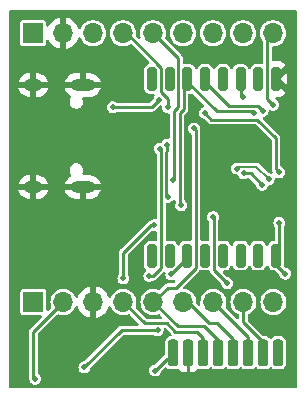
<source format=gbl>
G04 #@! TF.GenerationSoftware,KiCad,Pcbnew,7.0.7*
G04 #@! TF.CreationDate,2024-04-02T17:06:20-04:00*
G04 #@! TF.ProjectId,sensor_node,73656e73-6f72-45f6-9e6f-64652e6b6963,rev?*
G04 #@! TF.SameCoordinates,Original*
G04 #@! TF.FileFunction,Copper,L2,Bot*
G04 #@! TF.FilePolarity,Positive*
%FSLAX46Y46*%
G04 Gerber Fmt 4.6, Leading zero omitted, Abs format (unit mm)*
G04 Created by KiCad (PCBNEW 7.0.7) date 2024-04-02 17:06:20*
%MOMM*%
%LPD*%
G01*
G04 APERTURE LIST*
G04 Aperture macros list*
%AMRoundRect*
0 Rectangle with rounded corners*
0 $1 Rounding radius*
0 $2 $3 $4 $5 $6 $7 $8 $9 X,Y pos of 4 corners*
0 Add a 4 corners polygon primitive as box body*
4,1,4,$2,$3,$4,$5,$6,$7,$8,$9,$2,$3,0*
0 Add four circle primitives for the rounded corners*
1,1,$1+$1,$2,$3*
1,1,$1+$1,$4,$5*
1,1,$1+$1,$6,$7*
1,1,$1+$1,$8,$9*
0 Add four rect primitives between the rounded corners*
20,1,$1+$1,$2,$3,$4,$5,0*
20,1,$1+$1,$4,$5,$6,$7,0*
20,1,$1+$1,$6,$7,$8,$9,0*
20,1,$1+$1,$8,$9,$2,$3,0*%
G04 Aperture macros list end*
G04 #@! TA.AperFunction,ComponentPad*
%ADD10R,1.700000X1.700000*%
G04 #@! TD*
G04 #@! TA.AperFunction,ComponentPad*
%ADD11O,1.700000X1.700000*%
G04 #@! TD*
G04 #@! TA.AperFunction,ComponentPad*
%ADD12O,2.100000X1.000000*%
G04 #@! TD*
G04 #@! TA.AperFunction,ComponentPad*
%ADD13O,1.600000X1.000000*%
G04 #@! TD*
G04 #@! TA.AperFunction,SMDPad,CuDef*
%ADD14RoundRect,0.200000X-0.200000X0.943000X-0.200000X-0.943000X0.200000X-0.943000X0.200000X0.943000X0*%
G04 #@! TD*
G04 #@! TA.AperFunction,SMDPad,CuDef*
%ADD15RoundRect,0.200000X-0.200000X0.800000X-0.200000X-0.800000X0.200000X-0.800000X0.200000X0.800000X0*%
G04 #@! TD*
G04 #@! TA.AperFunction,ViaPad*
%ADD16C,0.500000*%
G04 #@! TD*
G04 #@! TA.AperFunction,Conductor*
%ADD17C,0.250000*%
G04 #@! TD*
G04 #@! TA.AperFunction,Conductor*
%ADD18C,0.200000*%
G04 #@! TD*
G04 APERTURE END LIST*
D10*
X137958418Y-90031013D03*
D11*
X140498418Y-90031013D03*
X143038418Y-90031013D03*
X145578418Y-90031013D03*
X148118418Y-90031013D03*
X150658418Y-90031013D03*
X153198418Y-90031013D03*
X155738418Y-90031013D03*
X158278418Y-90031013D03*
D10*
X137980000Y-112800000D03*
D11*
X140520000Y-112800000D03*
X143060000Y-112800000D03*
X145600000Y-112800000D03*
X148140000Y-112800000D03*
X150680000Y-112800000D03*
X153220000Y-112800000D03*
X155760000Y-112800000D03*
X158300000Y-112800000D03*
D12*
X142154999Y-94417500D03*
D13*
X137974999Y-94417500D03*
D12*
X142154999Y-103057500D03*
D13*
X137974999Y-103057500D03*
D14*
X149820000Y-117100000D03*
X151090000Y-117100000D03*
X152360000Y-117100000D03*
X153630000Y-117100000D03*
X154900000Y-117100000D03*
X156170000Y-117100000D03*
X157440000Y-117100000D03*
X158710000Y-117100000D03*
D15*
X158524999Y-108862500D03*
X157024999Y-108862500D03*
X155524999Y-108862500D03*
X154024999Y-108862500D03*
X152524999Y-108862500D03*
X151024999Y-108862500D03*
X149524999Y-108862500D03*
X148024999Y-108912500D03*
X148024999Y-93912500D03*
X149524999Y-93912500D03*
X151024999Y-93912500D03*
X152524999Y-93912500D03*
X154024999Y-93912500D03*
X155524999Y-93912500D03*
X157024999Y-93912500D03*
X158524999Y-93912500D03*
D16*
X158800000Y-101800000D03*
X138145406Y-119300000D03*
X152481017Y-96793483D03*
X158800000Y-106100000D03*
X148300000Y-118600000D03*
X159300000Y-110400000D03*
X144700000Y-96300000D03*
X148643767Y-95656233D03*
X149400000Y-96325500D03*
X157356233Y-102856233D03*
X149824500Y-102500000D03*
X155800000Y-101900000D03*
X148500000Y-115174500D03*
X142300000Y-118325500D03*
X158300000Y-96100000D03*
X155200000Y-101500000D03*
X157900000Y-102400000D03*
X149374500Y-103900000D03*
X149318132Y-99490841D03*
X156700000Y-96774500D03*
X150500000Y-104600000D03*
X147800000Y-110600000D03*
X157400000Y-96600000D03*
X148693767Y-99806233D03*
X151599499Y-98100000D03*
X148200000Y-106300000D03*
X145600000Y-110800000D03*
X149663767Y-110463767D03*
X155702326Y-95450500D03*
X154400000Y-111200000D03*
X153200000Y-105600000D03*
D17*
X137980000Y-119134594D02*
X138145406Y-119300000D01*
X158524999Y-101524999D02*
X158800000Y-101800000D01*
X158524999Y-109624999D02*
X159300000Y-110400000D01*
X156938173Y-97349500D02*
X158524999Y-98936326D01*
X140520000Y-112800000D02*
X137980000Y-115340000D01*
X137980000Y-115340000D02*
X137980000Y-119134594D01*
X158524999Y-108862500D02*
X158524999Y-109624999D01*
X149300000Y-117600000D02*
X148300000Y-118600000D01*
X153037034Y-97349500D02*
X156938173Y-97349500D01*
X149820000Y-117600000D02*
X149300000Y-117600000D01*
X158524999Y-98936326D02*
X158524999Y-101524999D01*
X152481017Y-96793483D02*
X153037034Y-97349500D01*
X158800000Y-108587499D02*
X158524999Y-108862500D01*
X158800000Y-106100000D02*
X158800000Y-108587499D01*
X151090000Y-119590000D02*
X151100000Y-119600000D01*
X151090000Y-117600000D02*
X151090000Y-119590000D01*
X148643767Y-95656233D02*
X148000000Y-96300000D01*
X148000000Y-96300000D02*
X144700000Y-96300000D01*
X153499066Y-114550000D02*
X154900000Y-115950934D01*
X152865462Y-114550000D02*
X153499066Y-114550000D01*
X151115462Y-112800000D02*
X152865462Y-114550000D01*
X150680000Y-112800000D02*
X151115462Y-112800000D01*
X154900000Y-115950934D02*
X154900000Y-117200000D01*
X148800000Y-95000000D02*
X148800000Y-92945039D01*
X148800000Y-92945039D02*
X145885974Y-90031013D01*
X149400000Y-95600000D02*
X148800000Y-95000000D01*
X145885974Y-90031013D02*
X145578418Y-90031013D01*
X149400000Y-96325500D02*
X149400000Y-95600000D01*
X150249999Y-92162594D02*
X148118418Y-90031013D01*
X150249999Y-96288674D02*
X150249999Y-92162594D01*
X149900000Y-96638673D02*
X150249999Y-96288674D01*
X157356233Y-102856233D02*
X157337466Y-102875000D01*
X155800000Y-101900000D02*
X156400000Y-101900000D01*
X156400000Y-101900000D02*
X157356233Y-102856233D01*
X149900000Y-102424500D02*
X149900000Y-96638673D01*
X149824500Y-102500000D02*
X149900000Y-102424500D01*
X148500000Y-115174500D02*
X145451000Y-115174500D01*
X145451000Y-115174500D02*
X142300000Y-118325500D01*
X158278418Y-90031013D02*
X157799999Y-90509432D01*
X157799999Y-90509432D02*
X157799999Y-95599999D01*
X157799999Y-95599999D02*
X158300000Y-96100000D01*
D18*
X156850000Y-101350000D02*
X157900000Y-102400000D01*
X155200000Y-101500000D02*
X155350000Y-101350000D01*
X155350000Y-101350000D02*
X156850000Y-101350000D01*
D17*
X149318132Y-99490841D02*
X149268767Y-99540206D01*
X149250000Y-103775500D02*
X149374500Y-103900000D01*
X149268767Y-100044406D02*
X149250000Y-100063173D01*
X149268767Y-99540206D02*
X149268767Y-100044406D01*
X149250000Y-100063173D02*
X149250000Y-103775500D01*
X156575500Y-96650000D02*
X153520037Y-96650000D01*
X156700000Y-96774500D02*
X156575500Y-96650000D01*
X150500000Y-104600000D02*
X150400000Y-104500000D01*
X150699999Y-94237500D02*
X151024999Y-93912500D01*
X150699999Y-96475070D02*
X150699999Y-94237500D01*
X153520037Y-96650000D02*
X151024999Y-94154962D01*
X151024999Y-94154962D02*
X151024999Y-93912500D01*
X150400000Y-104500000D02*
X150400000Y-96775069D01*
X150400000Y-96775069D02*
X150699999Y-96475070D01*
X148079961Y-110600000D02*
X148800000Y-109879961D01*
X148800000Y-109879961D02*
X148800000Y-99912466D01*
X157000000Y-96200000D02*
X157400000Y-96600000D01*
X147800000Y-110600000D02*
X148079961Y-110600000D01*
X152524999Y-94154962D02*
X154570037Y-96200000D01*
X154570037Y-96200000D02*
X157000000Y-96200000D01*
X152524999Y-93912500D02*
X152524999Y-94154962D01*
X148800000Y-99912466D02*
X148693767Y-99806233D01*
X152450000Y-114850000D02*
X153630000Y-116030000D01*
X151749999Y-109879962D02*
X150029961Y-111600000D01*
X149340000Y-111600000D02*
X148140000Y-112800000D01*
X153630000Y-116030000D02*
X153630000Y-117200000D01*
X151749999Y-98250500D02*
X151749999Y-109879962D01*
X150029961Y-111600000D02*
X149340000Y-111600000D01*
X148140000Y-112800000D02*
X150190000Y-114850000D01*
X150190000Y-114850000D02*
X152450000Y-114850000D01*
X151599499Y-98100000D02*
X151749999Y-98250500D01*
X147400000Y-114600000D02*
X145600000Y-112800000D01*
X150003604Y-115300000D02*
X149303604Y-114600000D01*
X152360000Y-115860000D02*
X151800000Y-115300000D01*
X145600000Y-108625500D02*
X145600000Y-110800000D01*
X152360000Y-117200000D02*
X152360000Y-115860000D01*
X151800000Y-115300000D02*
X150003604Y-115300000D01*
X148200000Y-106300000D02*
X147925500Y-106300000D01*
X147925500Y-106300000D02*
X145600000Y-108625500D01*
X149303604Y-114600000D02*
X147400000Y-114600000D01*
X156170000Y-115750000D02*
X156170000Y-117200000D01*
X153220000Y-112800000D02*
X156170000Y-115750000D01*
X155760000Y-112800000D02*
X155760000Y-114532269D01*
X157440000Y-116212269D02*
X157440000Y-117200000D01*
X155760000Y-114532269D02*
X157440000Y-116212269D01*
X149666194Y-110463767D02*
X151024999Y-109104962D01*
X151024999Y-109104962D02*
X151024999Y-108862500D01*
X149663767Y-110463767D02*
X149666194Y-110463767D01*
X155702326Y-95450500D02*
X155524999Y-95273173D01*
X155524999Y-95273173D02*
X155524999Y-93912500D01*
X153200000Y-105600000D02*
X153249999Y-105649999D01*
X153249999Y-105649999D02*
X153249999Y-110049999D01*
X153249999Y-110049999D02*
X154400000Y-111200000D01*
G04 #@! TA.AperFunction,Conductor*
G36*
X160280956Y-88120185D02*
G01*
X160326711Y-88172989D01*
X160337917Y-88224500D01*
X160337918Y-96157543D01*
X160337918Y-112055421D01*
X160337919Y-119954176D01*
X160318234Y-120021215D01*
X160265430Y-120066970D01*
X160213919Y-120078176D01*
X136024000Y-120078176D01*
X135956961Y-120058491D01*
X135911206Y-120005687D01*
X135900000Y-119954176D01*
X135900000Y-113674678D01*
X136879500Y-113674678D01*
X136894032Y-113747735D01*
X136894033Y-113747739D01*
X136894034Y-113747740D01*
X136949399Y-113830601D01*
X137032260Y-113885966D01*
X137032264Y-113885967D01*
X137105321Y-113900499D01*
X137105324Y-113900500D01*
X138589099Y-113900500D01*
X138656138Y-113920185D01*
X138701893Y-113972989D01*
X138711837Y-114042147D01*
X138682812Y-114105703D01*
X138676780Y-114112181D01*
X137751108Y-115037852D01*
X137731254Y-115053976D01*
X137722165Y-115059914D01*
X137722164Y-115059915D01*
X137700363Y-115087923D01*
X137695286Y-115093674D01*
X137692484Y-115096477D01*
X137692474Y-115096488D01*
X137678905Y-115115495D01*
X137645192Y-115158808D01*
X137641451Y-115165722D01*
X137637988Y-115172804D01*
X137622329Y-115225403D01*
X137604500Y-115277338D01*
X137603206Y-115285092D01*
X137602231Y-115292911D01*
X137604500Y-115347755D01*
X137604500Y-119082790D01*
X137601862Y-119108228D01*
X137599633Y-119118862D01*
X137599633Y-119118863D01*
X137599633Y-119118865D01*
X137604023Y-119154085D01*
X137604500Y-119161761D01*
X137604500Y-119165710D01*
X137608342Y-119188735D01*
X137615134Y-119243221D01*
X137617375Y-119250749D01*
X137619936Y-119258208D01*
X137628215Y-119273507D01*
X137641897Y-119314874D01*
X137660240Y-119442456D01*
X137720028Y-119573371D01*
X137720029Y-119573373D01*
X137814278Y-119682143D01*
X137935353Y-119759953D01*
X137935356Y-119759954D01*
X137935355Y-119759954D01*
X138073442Y-119800499D01*
X138073444Y-119800500D01*
X138073445Y-119800500D01*
X138217368Y-119800500D01*
X138217368Y-119800499D01*
X138355459Y-119759953D01*
X138476534Y-119682143D01*
X138570783Y-119573373D01*
X138630571Y-119442457D01*
X138651053Y-119300000D01*
X138630571Y-119157543D01*
X138570783Y-119026627D01*
X138476534Y-118917857D01*
X138476531Y-118917855D01*
X138412460Y-118876678D01*
X138366705Y-118823873D01*
X138355500Y-118772363D01*
X138355500Y-115546897D01*
X138375185Y-115479858D01*
X138391814Y-115459221D01*
X139994972Y-113856063D01*
X140056293Y-113822580D01*
X140125985Y-113827564D01*
X140127444Y-113828119D01*
X140217544Y-113863024D01*
X140418024Y-113900500D01*
X140418026Y-113900500D01*
X140621974Y-113900500D01*
X140621976Y-113900500D01*
X140822456Y-113863024D01*
X141012637Y-113789348D01*
X141186041Y-113681981D01*
X141336764Y-113544579D01*
X141459673Y-113381821D01*
X141521598Y-113257456D01*
X141546817Y-113206812D01*
X141594319Y-113155575D01*
X141661982Y-113138153D01*
X141728323Y-113160078D01*
X141772278Y-113214389D01*
X141777592Y-113229989D01*
X141786567Y-113263485D01*
X141786570Y-113263492D01*
X141886399Y-113477578D01*
X142021894Y-113671082D01*
X142188917Y-113838105D01*
X142382421Y-113973600D01*
X142596507Y-114073429D01*
X142596516Y-114073433D01*
X142810000Y-114130634D01*
X142810000Y-113412301D01*
X142829685Y-113345262D01*
X142882489Y-113299507D01*
X142951647Y-113289563D01*
X143024237Y-113300000D01*
X143024238Y-113300000D01*
X143095762Y-113300000D01*
X143095763Y-113300000D01*
X143168353Y-113289563D01*
X143237512Y-113299507D01*
X143290315Y-113345262D01*
X143310000Y-113412301D01*
X143310000Y-114130633D01*
X143523483Y-114073433D01*
X143523492Y-114073429D01*
X143737578Y-113973600D01*
X143931082Y-113838105D01*
X144098105Y-113671082D01*
X144233600Y-113477578D01*
X144333429Y-113263492D01*
X144333431Y-113263489D01*
X144342406Y-113229992D01*
X144378770Y-113170331D01*
X144441616Y-113139800D01*
X144510992Y-113148094D01*
X144564871Y-113192578D01*
X144573182Y-113206811D01*
X144660327Y-113381821D01*
X144783237Y-113544581D01*
X144933958Y-113681980D01*
X144933960Y-113681982D01*
X144990276Y-113716851D01*
X145107363Y-113789348D01*
X145297544Y-113863024D01*
X145498024Y-113900500D01*
X145498026Y-113900500D01*
X145701974Y-113900500D01*
X145701976Y-113900500D01*
X145902456Y-113863024D01*
X145992556Y-113828118D01*
X146062174Y-113822256D01*
X146123914Y-113854965D01*
X146125027Y-113856064D01*
X146856282Y-114587319D01*
X146889767Y-114648642D01*
X146884783Y-114718334D01*
X146842911Y-114774267D01*
X146777447Y-114798684D01*
X146768601Y-114799000D01*
X145502804Y-114799000D01*
X145477359Y-114796361D01*
X145466733Y-114794133D01*
X145466730Y-114794133D01*
X145431508Y-114798523D01*
X145423832Y-114799000D01*
X145419886Y-114799000D01*
X145402615Y-114801881D01*
X145396858Y-114802842D01*
X145342370Y-114809634D01*
X145334857Y-114811871D01*
X145327387Y-114814436D01*
X145279122Y-114840555D01*
X145229792Y-114864671D01*
X145223375Y-114869253D01*
X145217175Y-114874079D01*
X145179991Y-114914471D01*
X142305601Y-117788860D01*
X142244278Y-117822345D01*
X142235571Y-117823916D01*
X142228040Y-117824998D01*
X142089949Y-117865545D01*
X141968873Y-117943356D01*
X141874623Y-118052126D01*
X141874622Y-118052128D01*
X141814834Y-118183043D01*
X141794353Y-118325500D01*
X141814834Y-118467956D01*
X141826500Y-118493500D01*
X141874623Y-118598873D01*
X141968872Y-118707643D01*
X142089947Y-118785453D01*
X142089950Y-118785454D01*
X142089949Y-118785454D01*
X142228036Y-118825999D01*
X142228038Y-118826000D01*
X142228039Y-118826000D01*
X142371962Y-118826000D01*
X142371962Y-118825999D01*
X142510053Y-118785453D01*
X142631128Y-118707643D01*
X142725377Y-118598873D01*
X142725743Y-118598073D01*
X142738274Y-118570632D01*
X142785165Y-118467957D01*
X142795509Y-118396002D01*
X142824533Y-118332449D01*
X142830552Y-118325983D01*
X145570218Y-115586319D01*
X145631542Y-115552834D01*
X145657900Y-115550000D01*
X148122126Y-115550000D01*
X148189165Y-115569685D01*
X148189166Y-115569685D01*
X148289947Y-115634453D01*
X148289948Y-115634453D01*
X148289949Y-115634454D01*
X148428036Y-115674999D01*
X148428038Y-115675000D01*
X148428039Y-115675000D01*
X148571962Y-115675000D01*
X148571962Y-115674999D01*
X148695286Y-115638789D01*
X148710050Y-115634454D01*
X148710050Y-115634453D01*
X148710053Y-115634453D01*
X148831128Y-115556643D01*
X148925377Y-115447873D01*
X148985165Y-115316957D01*
X149005647Y-115174500D01*
X149001335Y-115144513D01*
X149011278Y-115075359D01*
X149057032Y-115022554D01*
X149124071Y-115002868D01*
X149191111Y-115022551D01*
X149211754Y-115039187D01*
X149667386Y-115494819D01*
X149700871Y-115556142D01*
X149695887Y-115625834D01*
X149654015Y-115681767D01*
X149588551Y-115706184D01*
X149579705Y-115706500D01*
X149565730Y-115706500D01*
X149535300Y-115709353D01*
X149535298Y-115709353D01*
X149407119Y-115754206D01*
X149407117Y-115754207D01*
X149297850Y-115834850D01*
X149217207Y-115944117D01*
X149217206Y-115944119D01*
X149172353Y-116072298D01*
X149172353Y-116072300D01*
X149169500Y-116102730D01*
X149169500Y-117168423D01*
X149149815Y-117235462D01*
X149099961Y-117279823D01*
X149078791Y-117290172D01*
X149072381Y-117294748D01*
X149066175Y-117299579D01*
X149028992Y-117339970D01*
X148305601Y-118063360D01*
X148244278Y-118096845D01*
X148235571Y-118098416D01*
X148228040Y-118099498D01*
X148089949Y-118140045D01*
X147968873Y-118217856D01*
X147874623Y-118326626D01*
X147874622Y-118326628D01*
X147814834Y-118457543D01*
X147794515Y-118598871D01*
X147794353Y-118600000D01*
X147795352Y-118606949D01*
X147814834Y-118742456D01*
X147834471Y-118785454D01*
X147874623Y-118873373D01*
X147968872Y-118982143D01*
X148089947Y-119059953D01*
X148089950Y-119059954D01*
X148089949Y-119059954D01*
X148228036Y-119100499D01*
X148228038Y-119100500D01*
X148228039Y-119100500D01*
X148371962Y-119100500D01*
X148371962Y-119100499D01*
X148510053Y-119059953D01*
X148631128Y-118982143D01*
X148725377Y-118873373D01*
X148785165Y-118742457D01*
X148795509Y-118670502D01*
X148824533Y-118606949D01*
X148830552Y-118600483D01*
X149097464Y-118333571D01*
X149158785Y-118300088D01*
X149228477Y-118305072D01*
X149284410Y-118346944D01*
X149284770Y-118347427D01*
X149297850Y-118365150D01*
X149407118Y-118445793D01*
X149428832Y-118453391D01*
X149535299Y-118490646D01*
X149565730Y-118493500D01*
X149565734Y-118493500D01*
X150074270Y-118493500D01*
X150098612Y-118491216D01*
X150104699Y-118490646D01*
X150211168Y-118453390D01*
X150280944Y-118449828D01*
X150339803Y-118482751D01*
X150455124Y-118598073D01*
X150600604Y-118686019D01*
X150600603Y-118686019D01*
X150762894Y-118736590D01*
X150762893Y-118736590D01*
X150833427Y-118742999D01*
X151346581Y-118742999D01*
X151417102Y-118736591D01*
X151417107Y-118736590D01*
X151579396Y-118686018D01*
X151724875Y-118598073D01*
X151840196Y-118482751D01*
X151901519Y-118449266D01*
X151968831Y-118453390D01*
X152075301Y-118490646D01*
X152075300Y-118490646D01*
X152105730Y-118493500D01*
X152105734Y-118493500D01*
X152614270Y-118493500D01*
X152644699Y-118490646D01*
X152644701Y-118490646D01*
X152709558Y-118467951D01*
X152772882Y-118445793D01*
X152882150Y-118365150D01*
X152895231Y-118347425D01*
X152950876Y-118305176D01*
X153020532Y-118299717D01*
X153082082Y-118332784D01*
X153094763Y-118347418D01*
X153107850Y-118365150D01*
X153217118Y-118445793D01*
X153238832Y-118453391D01*
X153345299Y-118490646D01*
X153375730Y-118493500D01*
X153375734Y-118493500D01*
X153884270Y-118493500D01*
X153914699Y-118490646D01*
X153914701Y-118490646D01*
X153979558Y-118467951D01*
X154042882Y-118445793D01*
X154152150Y-118365150D01*
X154165231Y-118347425D01*
X154220876Y-118305176D01*
X154290532Y-118299717D01*
X154352082Y-118332784D01*
X154364763Y-118347418D01*
X154377850Y-118365150D01*
X154487118Y-118445793D01*
X154508832Y-118453391D01*
X154615299Y-118490646D01*
X154645730Y-118493500D01*
X154645734Y-118493500D01*
X155154270Y-118493500D01*
X155184699Y-118490646D01*
X155184701Y-118490646D01*
X155249558Y-118467951D01*
X155312882Y-118445793D01*
X155422150Y-118365150D01*
X155435231Y-118347425D01*
X155490876Y-118305176D01*
X155560532Y-118299717D01*
X155622082Y-118332784D01*
X155634763Y-118347418D01*
X155647850Y-118365150D01*
X155757118Y-118445793D01*
X155778832Y-118453391D01*
X155885299Y-118490646D01*
X155915730Y-118493500D01*
X155915734Y-118493500D01*
X156424270Y-118493500D01*
X156454699Y-118490646D01*
X156454701Y-118490646D01*
X156519558Y-118467951D01*
X156582882Y-118445793D01*
X156692150Y-118365150D01*
X156705231Y-118347425D01*
X156760876Y-118305176D01*
X156830532Y-118299717D01*
X156892082Y-118332784D01*
X156904763Y-118347418D01*
X156917850Y-118365150D01*
X157027118Y-118445793D01*
X157048832Y-118453391D01*
X157155299Y-118490646D01*
X157185730Y-118493500D01*
X157185734Y-118493500D01*
X157694270Y-118493500D01*
X157724699Y-118490646D01*
X157724701Y-118490646D01*
X157789558Y-118467951D01*
X157852882Y-118445793D01*
X157962150Y-118365150D01*
X157975231Y-118347425D01*
X158030876Y-118305176D01*
X158100532Y-118299717D01*
X158162082Y-118332784D01*
X158174763Y-118347418D01*
X158187850Y-118365150D01*
X158297118Y-118445793D01*
X158318832Y-118453391D01*
X158425299Y-118490646D01*
X158455730Y-118493500D01*
X158455734Y-118493500D01*
X158964270Y-118493500D01*
X158994699Y-118490646D01*
X158994701Y-118490646D01*
X159059558Y-118467951D01*
X159122882Y-118445793D01*
X159232150Y-118365150D01*
X159312793Y-118255882D01*
X159345000Y-118163839D01*
X159357646Y-118127701D01*
X159357646Y-118127699D01*
X159360500Y-118097269D01*
X159360500Y-116102730D01*
X159357646Y-116072300D01*
X159357646Y-116072298D01*
X159312793Y-115944119D01*
X159312792Y-115944117D01*
X159285217Y-115906754D01*
X159232150Y-115834850D01*
X159122882Y-115754207D01*
X159122880Y-115754206D01*
X158994700Y-115709353D01*
X158964270Y-115706500D01*
X158964266Y-115706500D01*
X158455734Y-115706500D01*
X158455730Y-115706500D01*
X158425300Y-115709353D01*
X158425298Y-115709353D01*
X158297119Y-115754206D01*
X158297117Y-115754207D01*
X158187850Y-115834850D01*
X158174770Y-115852573D01*
X158119122Y-115894824D01*
X158049466Y-115900281D01*
X157987916Y-115867214D01*
X157975230Y-115852573D01*
X157962150Y-115834850D01*
X157852882Y-115754207D01*
X157852880Y-115754206D01*
X157724700Y-115709353D01*
X157694270Y-115706500D01*
X157694266Y-115706500D01*
X157516630Y-115706500D01*
X157449591Y-115686815D01*
X157428949Y-115670181D01*
X156171819Y-114413050D01*
X156138334Y-114351727D01*
X156135500Y-114325369D01*
X156135500Y-113919668D01*
X156155185Y-113852629D01*
X156207989Y-113806874D01*
X156214679Y-113804052D01*
X156252637Y-113789348D01*
X156426041Y-113681981D01*
X156576764Y-113544579D01*
X156699673Y-113381821D01*
X156790582Y-113199250D01*
X156846397Y-113003083D01*
X156865215Y-112800000D01*
X157194785Y-112800000D01*
X157213602Y-113003082D01*
X157269417Y-113199247D01*
X157269422Y-113199260D01*
X157360327Y-113381821D01*
X157483237Y-113544581D01*
X157633958Y-113681980D01*
X157633960Y-113681982D01*
X157690276Y-113716851D01*
X157807363Y-113789348D01*
X157997544Y-113863024D01*
X158198024Y-113900500D01*
X158198026Y-113900500D01*
X158401974Y-113900500D01*
X158401976Y-113900500D01*
X158602456Y-113863024D01*
X158792637Y-113789348D01*
X158966041Y-113681981D01*
X159116764Y-113544579D01*
X159239673Y-113381821D01*
X159330582Y-113199250D01*
X159386397Y-113003083D01*
X159405215Y-112800000D01*
X159386397Y-112596917D01*
X159330582Y-112400750D01*
X159315274Y-112370008D01*
X159266136Y-112271325D01*
X159239673Y-112218179D01*
X159116764Y-112055421D01*
X159116762Y-112055418D01*
X158966041Y-111918019D01*
X158966039Y-111918017D01*
X158792642Y-111810655D01*
X158792635Y-111810651D01*
X158666769Y-111761891D01*
X158602456Y-111736976D01*
X158401976Y-111699500D01*
X158198024Y-111699500D01*
X157997544Y-111736976D01*
X157997541Y-111736976D01*
X157997541Y-111736977D01*
X157807364Y-111810651D01*
X157807357Y-111810655D01*
X157633960Y-111918017D01*
X157633958Y-111918019D01*
X157483237Y-112055418D01*
X157360327Y-112218178D01*
X157269422Y-112400739D01*
X157269417Y-112400752D01*
X157213602Y-112596917D01*
X157194785Y-112799999D01*
X157194785Y-112800000D01*
X156865215Y-112800000D01*
X156846397Y-112596917D01*
X156790582Y-112400750D01*
X156775274Y-112370008D01*
X156726136Y-112271325D01*
X156699673Y-112218179D01*
X156576764Y-112055421D01*
X156576762Y-112055418D01*
X156426041Y-111918019D01*
X156426039Y-111918017D01*
X156252642Y-111810655D01*
X156252635Y-111810651D01*
X156126769Y-111761891D01*
X156062456Y-111736976D01*
X155861976Y-111699500D01*
X155658024Y-111699500D01*
X155457544Y-111736976D01*
X155457541Y-111736976D01*
X155457541Y-111736977D01*
X155267364Y-111810651D01*
X155267357Y-111810655D01*
X155093960Y-111918017D01*
X155093958Y-111918019D01*
X154943237Y-112055418D01*
X154820327Y-112218178D01*
X154729422Y-112400739D01*
X154729417Y-112400752D01*
X154673602Y-112596917D01*
X154654785Y-112799999D01*
X154654785Y-112800000D01*
X154673602Y-113003082D01*
X154729417Y-113199247D01*
X154729422Y-113199260D01*
X154820327Y-113381821D01*
X154943237Y-113544581D01*
X155093958Y-113681980D01*
X155093960Y-113681982D01*
X155150276Y-113716851D01*
X155267363Y-113789348D01*
X155305293Y-113804042D01*
X155360694Y-113846612D01*
X155384286Y-113912378D01*
X155384500Y-113919668D01*
X155384500Y-114134099D01*
X155364815Y-114201138D01*
X155312011Y-114246893D01*
X155242853Y-114256837D01*
X155179297Y-114227812D01*
X155172819Y-114221780D01*
X154279710Y-113328672D01*
X154246225Y-113267349D01*
X154250667Y-113205234D01*
X154249013Y-113204764D01*
X154258810Y-113170331D01*
X154306397Y-113003083D01*
X154325215Y-112800000D01*
X154306397Y-112596917D01*
X154250582Y-112400750D01*
X154235274Y-112370008D01*
X154186136Y-112271325D01*
X154159673Y-112218179D01*
X154036764Y-112055421D01*
X154036762Y-112055418D01*
X153886041Y-111918019D01*
X153886039Y-111918017D01*
X153712642Y-111810655D01*
X153712635Y-111810651D01*
X153586769Y-111761891D01*
X153522456Y-111736976D01*
X153321976Y-111699500D01*
X153118024Y-111699500D01*
X152917544Y-111736976D01*
X152917541Y-111736976D01*
X152917541Y-111736977D01*
X152727364Y-111810651D01*
X152727357Y-111810655D01*
X152553960Y-111918017D01*
X152553958Y-111918019D01*
X152403237Y-112055418D01*
X152280327Y-112218178D01*
X152189422Y-112400739D01*
X152189417Y-112400752D01*
X152133602Y-112596917D01*
X152114785Y-112799999D01*
X152114785Y-112800001D01*
X152130921Y-112974147D01*
X152117506Y-113042717D01*
X152069148Y-113093149D01*
X152001202Y-113109431D01*
X151935240Y-113086393D01*
X151919769Y-113073269D01*
X151814612Y-112968112D01*
X151781127Y-112906789D01*
X151778822Y-112868989D01*
X151785215Y-112799999D01*
X151766397Y-112596917D01*
X151764473Y-112590156D01*
X151710582Y-112400750D01*
X151695274Y-112370008D01*
X151646136Y-112271325D01*
X151619673Y-112218179D01*
X151496764Y-112055421D01*
X151496762Y-112055418D01*
X151346041Y-111918019D01*
X151346039Y-111918017D01*
X151172642Y-111810655D01*
X151172635Y-111810651D01*
X151046769Y-111761891D01*
X150982456Y-111736976D01*
X150781976Y-111699500D01*
X150760859Y-111699500D01*
X150693820Y-111679815D01*
X150648065Y-111627011D01*
X150638121Y-111557853D01*
X150667146Y-111494297D01*
X150673178Y-111487819D01*
X151315087Y-110845910D01*
X151978888Y-110182108D01*
X151998745Y-110165984D01*
X152007835Y-110160046D01*
X152029637Y-110132033D01*
X152034732Y-110126265D01*
X152035785Y-110125213D01*
X152037518Y-110123480D01*
X152037518Y-110123479D01*
X152041152Y-110119847D01*
X152041909Y-110120605D01*
X152095830Y-110085085D01*
X152165695Y-110084296D01*
X152173062Y-110086619D01*
X152240298Y-110110146D01*
X152270729Y-110113000D01*
X152782164Y-110113000D01*
X152782164Y-110114258D01*
X152845245Y-110129578D01*
X152892273Y-110177932D01*
X152900788Y-110193666D01*
X152916054Y-110221876D01*
X152940173Y-110271210D01*
X152944741Y-110277608D01*
X152949581Y-110283826D01*
X152989969Y-110321007D01*
X153869432Y-111200470D01*
X153902917Y-111261793D01*
X153904489Y-111270503D01*
X153907317Y-111290174D01*
X153914835Y-111342457D01*
X153974623Y-111473373D01*
X154068872Y-111582143D01*
X154189947Y-111659953D01*
X154189950Y-111659954D01*
X154189949Y-111659954D01*
X154297107Y-111691417D01*
X154324633Y-111699500D01*
X154328036Y-111700499D01*
X154328038Y-111700500D01*
X154328039Y-111700500D01*
X154471962Y-111700500D01*
X154471962Y-111700499D01*
X154610053Y-111659953D01*
X154731128Y-111582143D01*
X154825377Y-111473373D01*
X154885165Y-111342457D01*
X154905647Y-111200000D01*
X154885165Y-111057543D01*
X154825377Y-110926627D01*
X154731128Y-110817857D01*
X154610053Y-110740047D01*
X154610051Y-110740046D01*
X154610049Y-110740045D01*
X154610050Y-110740045D01*
X154471965Y-110699500D01*
X154464429Y-110698417D01*
X154400874Y-110669391D01*
X154394397Y-110663360D01*
X154055719Y-110324681D01*
X154022234Y-110263358D01*
X154027218Y-110193666D01*
X154069090Y-110137733D01*
X154134554Y-110113316D01*
X154143400Y-110113000D01*
X154279269Y-110113000D01*
X154309698Y-110110146D01*
X154309700Y-110110146D01*
X154376500Y-110086771D01*
X154437881Y-110065293D01*
X154547149Y-109984650D01*
X154627792Y-109875382D01*
X154655149Y-109797201D01*
X154657958Y-109789173D01*
X154698680Y-109732397D01*
X154763632Y-109706650D01*
X154832194Y-109720106D01*
X154882597Y-109768494D01*
X154892040Y-109789173D01*
X154894848Y-109797199D01*
X154922206Y-109875382D01*
X155002849Y-109984650D01*
X155112117Y-110065293D01*
X155154844Y-110080243D01*
X155240298Y-110110146D01*
X155270729Y-110113000D01*
X155270733Y-110113000D01*
X155779269Y-110113000D01*
X155809698Y-110110146D01*
X155809700Y-110110146D01*
X155876500Y-110086771D01*
X155937881Y-110065293D01*
X156047149Y-109984650D01*
X156127792Y-109875382D01*
X156155149Y-109797201D01*
X156157958Y-109789173D01*
X156198680Y-109732397D01*
X156263632Y-109706650D01*
X156332194Y-109720106D01*
X156382597Y-109768494D01*
X156392040Y-109789173D01*
X156394848Y-109797199D01*
X156422206Y-109875382D01*
X156502849Y-109984650D01*
X156612117Y-110065293D01*
X156654844Y-110080243D01*
X156740298Y-110110146D01*
X156770729Y-110113000D01*
X156770733Y-110113000D01*
X157279269Y-110113000D01*
X157309698Y-110110146D01*
X157309700Y-110110146D01*
X157376500Y-110086771D01*
X157437881Y-110065293D01*
X157547149Y-109984650D01*
X157627792Y-109875382D01*
X157657958Y-109789170D01*
X157698678Y-109732398D01*
X157763630Y-109706650D01*
X157832192Y-109720106D01*
X157882595Y-109768493D01*
X157892039Y-109789172D01*
X157894849Y-109797201D01*
X157922206Y-109875382D01*
X158002849Y-109984650D01*
X158112117Y-110065293D01*
X158154844Y-110080243D01*
X158240298Y-110110146D01*
X158270729Y-110113000D01*
X158270733Y-110113000D01*
X158430601Y-110113000D01*
X158497640Y-110132685D01*
X158518282Y-110149319D01*
X158769432Y-110400470D01*
X158802917Y-110461793D01*
X158804489Y-110470503D01*
X158814834Y-110542453D01*
X158814835Y-110542458D01*
X158870050Y-110663360D01*
X158874623Y-110673373D01*
X158968872Y-110782143D01*
X159089947Y-110859953D01*
X159089950Y-110859954D01*
X159089949Y-110859954D01*
X159197107Y-110891417D01*
X159227763Y-110900419D01*
X159228036Y-110900499D01*
X159228038Y-110900500D01*
X159228039Y-110900500D01*
X159371962Y-110900500D01*
X159371962Y-110900499D01*
X159479121Y-110869035D01*
X159510050Y-110859954D01*
X159510050Y-110859953D01*
X159510053Y-110859953D01*
X159631128Y-110782143D01*
X159725377Y-110673373D01*
X159785165Y-110542457D01*
X159805647Y-110400000D01*
X159785165Y-110257543D01*
X159725377Y-110126627D01*
X159631128Y-110017857D01*
X159510053Y-109940047D01*
X159510051Y-109940046D01*
X159510049Y-109940045D01*
X159510050Y-109940045D01*
X159371958Y-109899498D01*
X159364429Y-109898416D01*
X159300874Y-109869390D01*
X159294397Y-109863360D01*
X159211817Y-109780779D01*
X159178333Y-109719455D01*
X159175499Y-109693098D01*
X159175499Y-108664601D01*
X159175500Y-108664592D01*
X159175500Y-108660272D01*
X159177736Y-108644936D01*
X159176497Y-108644782D01*
X159177768Y-108634584D01*
X159175500Y-108579743D01*
X159175500Y-106477183D01*
X159195185Y-106410144D01*
X159205783Y-106395985D01*
X159225377Y-106373373D01*
X159285165Y-106242457D01*
X159305647Y-106100000D01*
X159285165Y-105957543D01*
X159225377Y-105826627D01*
X159131128Y-105717857D01*
X159010053Y-105640047D01*
X159010051Y-105640046D01*
X159010049Y-105640045D01*
X159010050Y-105640045D01*
X158871963Y-105599500D01*
X158871961Y-105599500D01*
X158728039Y-105599500D01*
X158728036Y-105599500D01*
X158589949Y-105640045D01*
X158468873Y-105717856D01*
X158374623Y-105826626D01*
X158374622Y-105826628D01*
X158314834Y-105957543D01*
X158294353Y-106100000D01*
X158314834Y-106242456D01*
X158374622Y-106373371D01*
X158374623Y-106373373D01*
X158394212Y-106395980D01*
X158423238Y-106459534D01*
X158424500Y-106477183D01*
X158424500Y-107488000D01*
X158404815Y-107555039D01*
X158352011Y-107600794D01*
X158300500Y-107612000D01*
X158270729Y-107612000D01*
X158240299Y-107614853D01*
X158240297Y-107614853D01*
X158112118Y-107659706D01*
X158112116Y-107659707D01*
X158002849Y-107740350D01*
X157922206Y-107849617D01*
X157922205Y-107849619D01*
X157892040Y-107935826D01*
X157851318Y-107992602D01*
X157786365Y-108018349D01*
X157717804Y-108004892D01*
X157667401Y-107956505D01*
X157657958Y-107935826D01*
X157627792Y-107849619D01*
X157627791Y-107849617D01*
X157584050Y-107790350D01*
X157547149Y-107740350D01*
X157437881Y-107659707D01*
X157437879Y-107659706D01*
X157309699Y-107614853D01*
X157279269Y-107612000D01*
X157279265Y-107612000D01*
X156770733Y-107612000D01*
X156770729Y-107612000D01*
X156740299Y-107614853D01*
X156740297Y-107614853D01*
X156612118Y-107659706D01*
X156612116Y-107659707D01*
X156502849Y-107740350D01*
X156422206Y-107849617D01*
X156422205Y-107849619D01*
X156392040Y-107935826D01*
X156351318Y-107992602D01*
X156286365Y-108018349D01*
X156217804Y-108004892D01*
X156167401Y-107956505D01*
X156157958Y-107935826D01*
X156127792Y-107849619D01*
X156127791Y-107849617D01*
X156084050Y-107790350D01*
X156047149Y-107740350D01*
X155937881Y-107659707D01*
X155937879Y-107659706D01*
X155809699Y-107614853D01*
X155779269Y-107612000D01*
X155779265Y-107612000D01*
X155270733Y-107612000D01*
X155270729Y-107612000D01*
X155240299Y-107614853D01*
X155240297Y-107614853D01*
X155112118Y-107659706D01*
X155112116Y-107659707D01*
X155002849Y-107740350D01*
X154922206Y-107849617D01*
X154922205Y-107849619D01*
X154892040Y-107935826D01*
X154851318Y-107992602D01*
X154786365Y-108018349D01*
X154717804Y-108004892D01*
X154667401Y-107956505D01*
X154657958Y-107935826D01*
X154627792Y-107849619D01*
X154627791Y-107849617D01*
X154584050Y-107790350D01*
X154547149Y-107740350D01*
X154437881Y-107659707D01*
X154437879Y-107659706D01*
X154309699Y-107614853D01*
X154279269Y-107612000D01*
X154279265Y-107612000D01*
X153770733Y-107612000D01*
X153761073Y-107612905D01*
X153692490Y-107599565D01*
X153642006Y-107551263D01*
X153625499Y-107489447D01*
X153625499Y-105900079D01*
X153636705Y-105848567D01*
X153640597Y-105840045D01*
X153685165Y-105742457D01*
X153705647Y-105600000D01*
X153685165Y-105457543D01*
X153625377Y-105326627D01*
X153531128Y-105217857D01*
X153410053Y-105140047D01*
X153410051Y-105140046D01*
X153410049Y-105140045D01*
X153410050Y-105140045D01*
X153271963Y-105099500D01*
X153271961Y-105099500D01*
X153128039Y-105099500D01*
X153128036Y-105099500D01*
X152989949Y-105140045D01*
X152868873Y-105217856D01*
X152774623Y-105326626D01*
X152774622Y-105326628D01*
X152714834Y-105457543D01*
X152694353Y-105600000D01*
X152714834Y-105742456D01*
X152753275Y-105826628D01*
X152774623Y-105873373D01*
X152844212Y-105953684D01*
X152873237Y-106017239D01*
X152874499Y-106034886D01*
X152874499Y-107488000D01*
X152854814Y-107555039D01*
X152802010Y-107600794D01*
X152750499Y-107612000D01*
X152270733Y-107612000D01*
X152261073Y-107612905D01*
X152192490Y-107599565D01*
X152142006Y-107551263D01*
X152125499Y-107489447D01*
X152125499Y-98302304D01*
X152128138Y-98276859D01*
X152128784Y-98273775D01*
X152130366Y-98266232D01*
X152128497Y-98251240D01*
X152125976Y-98231006D01*
X152125499Y-98223330D01*
X152125499Y-98219389D01*
X152125497Y-98219376D01*
X152121656Y-98196359D01*
X152114865Y-98141876D01*
X152114865Y-98141874D01*
X152114863Y-98141870D01*
X152112619Y-98134332D01*
X152111865Y-98132136D01*
X152110225Y-98122313D01*
X152108289Y-98116246D01*
X152108264Y-98116091D01*
X152109163Y-98115945D01*
X152107930Y-98108561D01*
X152106408Y-98108780D01*
X152084664Y-97957543D01*
X152024876Y-97826628D01*
X152024875Y-97826626D01*
X151930627Y-97717857D01*
X151809552Y-97640047D01*
X151809550Y-97640046D01*
X151809548Y-97640045D01*
X151809549Y-97640045D01*
X151671462Y-97599500D01*
X151671460Y-97599500D01*
X151527538Y-97599500D01*
X151527535Y-97599500D01*
X151389448Y-97640045D01*
X151268372Y-97717856D01*
X151174122Y-97826626D01*
X151174121Y-97826628D01*
X151114333Y-97957543D01*
X151093852Y-98099999D01*
X151114333Y-98242456D01*
X151174121Y-98373371D01*
X151174122Y-98373373D01*
X151268371Y-98482143D01*
X151317539Y-98513741D01*
X151363293Y-98566544D01*
X151374499Y-98618056D01*
X151374499Y-107488000D01*
X151354814Y-107555039D01*
X151302010Y-107600794D01*
X151250499Y-107612000D01*
X150770729Y-107612000D01*
X150740299Y-107614853D01*
X150740297Y-107614853D01*
X150612118Y-107659706D01*
X150612116Y-107659707D01*
X150502849Y-107740350D01*
X150422206Y-107849617D01*
X150422205Y-107849619D01*
X150392040Y-107935826D01*
X150351318Y-107992602D01*
X150286365Y-108018349D01*
X150217804Y-108004892D01*
X150167401Y-107956505D01*
X150157958Y-107935826D01*
X150127792Y-107849619D01*
X150127791Y-107849617D01*
X150084050Y-107790350D01*
X150047149Y-107740350D01*
X149937881Y-107659707D01*
X149937879Y-107659706D01*
X149809699Y-107614853D01*
X149779269Y-107612000D01*
X149779265Y-107612000D01*
X149299500Y-107612000D01*
X149232461Y-107592315D01*
X149186706Y-107539511D01*
X149175500Y-107488000D01*
X149175500Y-104524500D01*
X149195185Y-104457461D01*
X149247989Y-104411706D01*
X149299500Y-104400500D01*
X149446462Y-104400500D01*
X149446462Y-104400499D01*
X149553621Y-104369035D01*
X149584550Y-104359954D01*
X149584550Y-104359953D01*
X149584553Y-104359953D01*
X149705628Y-104282143D01*
X149799877Y-104173373D01*
X149799877Y-104173372D01*
X149805685Y-104166670D01*
X149808119Y-104168779D01*
X149848981Y-104133367D01*
X149918139Y-104123419D01*
X149981696Y-104152440D01*
X150019475Y-104211215D01*
X150024500Y-104246158D01*
X150024500Y-104409405D01*
X150015967Y-104448633D01*
X150017333Y-104449035D01*
X150014835Y-104457542D01*
X149994353Y-104600000D01*
X150014834Y-104742456D01*
X150074622Y-104873371D01*
X150074623Y-104873373D01*
X150168872Y-104982143D01*
X150289947Y-105059953D01*
X150289950Y-105059954D01*
X150289949Y-105059954D01*
X150397107Y-105091417D01*
X150424633Y-105099500D01*
X150428036Y-105100499D01*
X150428038Y-105100500D01*
X150428039Y-105100500D01*
X150571962Y-105100500D01*
X150571962Y-105100499D01*
X150710053Y-105059953D01*
X150831128Y-104982143D01*
X150925377Y-104873373D01*
X150985165Y-104742457D01*
X151005647Y-104600000D01*
X150985165Y-104457543D01*
X150925377Y-104326627D01*
X150831128Y-104217857D01*
X150831125Y-104217855D01*
X150824423Y-104212047D01*
X150825552Y-104210743D01*
X150786701Y-104165898D01*
X150775500Y-104114397D01*
X150775500Y-96981966D01*
X150795185Y-96914927D01*
X150811814Y-96894290D01*
X150928888Y-96777216D01*
X150948745Y-96761092D01*
X150957835Y-96755154D01*
X150979650Y-96727124D01*
X150984718Y-96721386D01*
X150987519Y-96718587D01*
X151001087Y-96699583D01*
X151034808Y-96656259D01*
X151034809Y-96656253D01*
X151038542Y-96649357D01*
X151042005Y-96642273D01*
X151042009Y-96642269D01*
X151052467Y-96607139D01*
X151057672Y-96589658D01*
X151063263Y-96573371D01*
X151075499Y-96537730D01*
X151075499Y-96537724D01*
X151076794Y-96529965D01*
X151077768Y-96522156D01*
X151075499Y-96467301D01*
X151075499Y-95287000D01*
X151095184Y-95219961D01*
X151147988Y-95174206D01*
X151199499Y-95163000D01*
X151279269Y-95163000D01*
X151303611Y-95160716D01*
X151309698Y-95160146D01*
X151376497Y-95136771D01*
X151446273Y-95133209D01*
X151505132Y-95166132D01*
X152433604Y-96094604D01*
X152467089Y-96155927D01*
X152462105Y-96225619D01*
X152420233Y-96281552D01*
X152380858Y-96301262D01*
X152270965Y-96333528D01*
X152149890Y-96411339D01*
X152149889Y-96411339D01*
X152149889Y-96411340D01*
X152139786Y-96423000D01*
X152055640Y-96520109D01*
X152055639Y-96520111D01*
X151995851Y-96651026D01*
X151975370Y-96793483D01*
X151995851Y-96935939D01*
X152052487Y-97059953D01*
X152055640Y-97066856D01*
X152149889Y-97175626D01*
X152270964Y-97253436D01*
X152270967Y-97253437D01*
X152270966Y-97253437D01*
X152409054Y-97293983D01*
X152416581Y-97295065D01*
X152480137Y-97324087D01*
X152486619Y-97330122D01*
X152734884Y-97578388D01*
X152751009Y-97598244D01*
X152756947Y-97607332D01*
X152756950Y-97607336D01*
X152784959Y-97629136D01*
X152790721Y-97634225D01*
X152793516Y-97637020D01*
X152812529Y-97650594D01*
X152855845Y-97684309D01*
X152855852Y-97684311D01*
X152862754Y-97688047D01*
X152869830Y-97691506D01*
X152869835Y-97691510D01*
X152922436Y-97707169D01*
X152922437Y-97707170D01*
X152974372Y-97725000D01*
X152982106Y-97726290D01*
X152989944Y-97727267D01*
X152989946Y-97727268D01*
X152989947Y-97727267D01*
X152989948Y-97727268D01*
X153044790Y-97725000D01*
X156731274Y-97725000D01*
X156798313Y-97744685D01*
X156818955Y-97761319D01*
X158113180Y-99055544D01*
X158146665Y-99116867D01*
X158149499Y-99143225D01*
X158149499Y-101473195D01*
X158146861Y-101498633D01*
X158144632Y-101509267D01*
X158144632Y-101509268D01*
X158144632Y-101509270D01*
X158149022Y-101544490D01*
X158149499Y-101552166D01*
X158149499Y-101556115D01*
X158153341Y-101579140D01*
X158160133Y-101633626D01*
X158162372Y-101641146D01*
X158164933Y-101648607D01*
X158164934Y-101648609D01*
X158169769Y-101657543D01*
X158191054Y-101696876D01*
X158219686Y-101755441D01*
X158216105Y-101757191D01*
X158232490Y-101804340D01*
X158216103Y-101872261D01*
X158165597Y-101920540D01*
X158097006Y-101933849D01*
X158073704Y-101929373D01*
X157971964Y-101899500D01*
X157971961Y-101899500D01*
X157946544Y-101899500D01*
X157879505Y-101879815D01*
X157858863Y-101863181D01*
X157132637Y-101136955D01*
X157116511Y-101117098D01*
X157111437Y-101109331D01*
X157085487Y-101089133D01*
X157079741Y-101084059D01*
X157077307Y-101081625D01*
X157077306Y-101081624D01*
X157077305Y-101081623D01*
X157070848Y-101077013D01*
X157059561Y-101068955D01*
X157019126Y-101037483D01*
X157019122Y-101037481D01*
X157012648Y-101033977D01*
X157006069Y-101030760D01*
X156956954Y-101016138D01*
X156908486Y-100999498D01*
X156901269Y-100998294D01*
X156893953Y-100997382D01*
X156844725Y-100999419D01*
X156842769Y-100999500D01*
X155399211Y-100999500D01*
X155373765Y-100996861D01*
X155364685Y-100994957D01*
X155364684Y-100994957D01*
X155364682Y-100994957D01*
X155332061Y-100999023D01*
X155324385Y-100999500D01*
X155320952Y-100999500D01*
X155317254Y-101000117D01*
X155279226Y-101000544D01*
X155271962Y-100999500D01*
X155271961Y-100999500D01*
X155128039Y-100999500D01*
X155128036Y-100999500D01*
X154989949Y-101040045D01*
X154868873Y-101117856D01*
X154774623Y-101226626D01*
X154774622Y-101226628D01*
X154714834Y-101357543D01*
X154694353Y-101500000D01*
X154714834Y-101642456D01*
X154767233Y-101757191D01*
X154774623Y-101773373D01*
X154868872Y-101882143D01*
X154989947Y-101959953D01*
X154989950Y-101959954D01*
X154989949Y-101959954D01*
X155128036Y-102000499D01*
X155128038Y-102000500D01*
X155215984Y-102000500D01*
X155283023Y-102020185D01*
X155328778Y-102072988D01*
X155354905Y-102130198D01*
X155374623Y-102173373D01*
X155468872Y-102282143D01*
X155589947Y-102359953D01*
X155589950Y-102359954D01*
X155589949Y-102359954D01*
X155671691Y-102383955D01*
X155726336Y-102400000D01*
X155728036Y-102400499D01*
X155728038Y-102400500D01*
X155728039Y-102400500D01*
X155871962Y-102400500D01*
X155871962Y-102400499D01*
X156010053Y-102359953D01*
X156110834Y-102295184D01*
X156177874Y-102275500D01*
X156193101Y-102275500D01*
X156260140Y-102295185D01*
X156280782Y-102311819D01*
X156825665Y-102856702D01*
X156859150Y-102918025D01*
X156860722Y-102926735D01*
X156871067Y-102998687D01*
X156871068Y-102998691D01*
X156910786Y-103085660D01*
X156930856Y-103129606D01*
X157025105Y-103238376D01*
X157146180Y-103316186D01*
X157146183Y-103316187D01*
X157146182Y-103316187D01*
X157284269Y-103356732D01*
X157284271Y-103356733D01*
X157284272Y-103356733D01*
X157428195Y-103356733D01*
X157428195Y-103356732D01*
X157535354Y-103325268D01*
X157566283Y-103316187D01*
X157566283Y-103316186D01*
X157566286Y-103316186D01*
X157687361Y-103238376D01*
X157781610Y-103129606D01*
X157841398Y-102998690D01*
X157841399Y-102998682D01*
X157843898Y-102990175D01*
X157847385Y-102991199D01*
X157869194Y-102943361D01*
X157927947Y-102905546D01*
X157962962Y-102900500D01*
X157971962Y-102900500D01*
X157971962Y-102900499D01*
X158110053Y-102859953D01*
X158231128Y-102782143D01*
X158325377Y-102673373D01*
X158385165Y-102542457D01*
X158405647Y-102400000D01*
X158403340Y-102383954D01*
X158413281Y-102314796D01*
X158459035Y-102261991D01*
X158526074Y-102242305D01*
X158580907Y-102258404D01*
X158581882Y-102256270D01*
X158589949Y-102259954D01*
X158728036Y-102300499D01*
X158728038Y-102300500D01*
X158728039Y-102300500D01*
X158871962Y-102300500D01*
X158871962Y-102300499D01*
X159010053Y-102259953D01*
X159131128Y-102182143D01*
X159225377Y-102073373D01*
X159285165Y-101942457D01*
X159305647Y-101800000D01*
X159285165Y-101657543D01*
X159225377Y-101526627D01*
X159131128Y-101417857D01*
X159010053Y-101340047D01*
X159010052Y-101340046D01*
X159010051Y-101340046D01*
X158989563Y-101334030D01*
X158930785Y-101296254D01*
X158901761Y-101232698D01*
X158900499Y-101215053D01*
X158900499Y-98988129D01*
X158903138Y-98962684D01*
X158903176Y-98962501D01*
X158905366Y-98952058D01*
X158903065Y-98933601D01*
X158900976Y-98916833D01*
X158900499Y-98909157D01*
X158900499Y-98905215D01*
X158900497Y-98905202D01*
X158896656Y-98882185D01*
X158889865Y-98827702D01*
X158889865Y-98827700D01*
X158889863Y-98827696D01*
X158887621Y-98820166D01*
X158885064Y-98812718D01*
X158885064Y-98812716D01*
X158858943Y-98764448D01*
X158834825Y-98715115D01*
X158834823Y-98715113D01*
X158834823Y-98715112D01*
X158830275Y-98708742D01*
X158825419Y-98702502D01*
X158825418Y-98702500D01*
X158785028Y-98665318D01*
X158219709Y-98099999D01*
X157425131Y-97305420D01*
X157391646Y-97244097D01*
X157396630Y-97174405D01*
X157438502Y-97118472D01*
X157477872Y-97098764D01*
X157610053Y-97059953D01*
X157731128Y-96982143D01*
X157825377Y-96873373D01*
X157885165Y-96742457D01*
X157899047Y-96645899D01*
X157928071Y-96582345D01*
X157986849Y-96544570D01*
X158056719Y-96544570D01*
X158088825Y-96559232D01*
X158089948Y-96559954D01*
X158191114Y-96589658D01*
X158227763Y-96600419D01*
X158228036Y-96600499D01*
X158228038Y-96600500D01*
X158228039Y-96600500D01*
X158371962Y-96600500D01*
X158371962Y-96600499D01*
X158479121Y-96569035D01*
X158510050Y-96559954D01*
X158510050Y-96559953D01*
X158510053Y-96559953D01*
X158631128Y-96482143D01*
X158725377Y-96373373D01*
X158785165Y-96242457D01*
X158805647Y-96100000D01*
X158785165Y-95957543D01*
X158725377Y-95826627D01*
X158631128Y-95717857D01*
X158631125Y-95717855D01*
X158631123Y-95717853D01*
X158511248Y-95640814D01*
X158465493Y-95588011D01*
X158455549Y-95518852D01*
X158484574Y-95455296D01*
X158543352Y-95417522D01*
X158578287Y-95412499D01*
X158781580Y-95412499D01*
X158852101Y-95406091D01*
X158852106Y-95406090D01*
X159014395Y-95355518D01*
X159159874Y-95267573D01*
X159280076Y-95147370D01*
X159327638Y-95068692D01*
X159327637Y-95068690D01*
X158259127Y-94000180D01*
X158225642Y-93938857D01*
X158227527Y-93912500D01*
X158878552Y-93912500D01*
X159424997Y-94458946D01*
X159424998Y-94458945D01*
X159424998Y-93366053D01*
X159424997Y-93366052D01*
X158878552Y-93912499D01*
X158878552Y-93912500D01*
X158227527Y-93912500D01*
X158230626Y-93869165D01*
X158259127Y-93824818D01*
X158524999Y-93558947D01*
X159327637Y-92756307D01*
X159327638Y-92756305D01*
X159280078Y-92677631D01*
X159280077Y-92677630D01*
X159159874Y-92557426D01*
X159014394Y-92469480D01*
X159014395Y-92469480D01*
X158852104Y-92418909D01*
X158852105Y-92418909D01*
X158781571Y-92412500D01*
X158299499Y-92412500D01*
X158232460Y-92392815D01*
X158186705Y-92340011D01*
X158175499Y-92288500D01*
X158175499Y-91255513D01*
X158195184Y-91188474D01*
X158247988Y-91142719D01*
X158299499Y-91131513D01*
X158380392Y-91131513D01*
X158380394Y-91131513D01*
X158580874Y-91094037D01*
X158771055Y-91020361D01*
X158944459Y-90912994D01*
X159095182Y-90775592D01*
X159218091Y-90612834D01*
X159309000Y-90430263D01*
X159364815Y-90234096D01*
X159383633Y-90031013D01*
X159364815Y-89827930D01*
X159309000Y-89631763D01*
X159293692Y-89601021D01*
X159237578Y-89488327D01*
X159218091Y-89449192D01*
X159095182Y-89286434D01*
X159095180Y-89286431D01*
X158944459Y-89149032D01*
X158944457Y-89149030D01*
X158771060Y-89041668D01*
X158771053Y-89041664D01*
X158645187Y-88992904D01*
X158580874Y-88967989D01*
X158380394Y-88930513D01*
X158176442Y-88930513D01*
X157975962Y-88967989D01*
X157975959Y-88967989D01*
X157975959Y-88967990D01*
X157785782Y-89041664D01*
X157785775Y-89041668D01*
X157612378Y-89149030D01*
X157612376Y-89149032D01*
X157461655Y-89286431D01*
X157338745Y-89449191D01*
X157247840Y-89631752D01*
X157247835Y-89631765D01*
X157192020Y-89827930D01*
X157173203Y-90031012D01*
X157173203Y-90031013D01*
X157192020Y-90234095D01*
X157247835Y-90430260D01*
X157247840Y-90430273D01*
X157338745Y-90612835D01*
X157399452Y-90693222D01*
X157424145Y-90758583D01*
X157424499Y-90767950D01*
X157424499Y-92539447D01*
X157404814Y-92606486D01*
X157352010Y-92652241D01*
X157288924Y-92662905D01*
X157279265Y-92662000D01*
X156770733Y-92662000D01*
X156770729Y-92662000D01*
X156740299Y-92664853D01*
X156740297Y-92664853D01*
X156612118Y-92709706D01*
X156612116Y-92709707D01*
X156502849Y-92790350D01*
X156422206Y-92899617D01*
X156422205Y-92899619D01*
X156392040Y-92985826D01*
X156351318Y-93042602D01*
X156286365Y-93068349D01*
X156217804Y-93054892D01*
X156167401Y-93006505D01*
X156157958Y-92985826D01*
X156127792Y-92899619D01*
X156127791Y-92899617D01*
X156047149Y-92790350D01*
X155937881Y-92709707D01*
X155937879Y-92709706D01*
X155809699Y-92664853D01*
X155779269Y-92662000D01*
X155779265Y-92662000D01*
X155270733Y-92662000D01*
X155270729Y-92662000D01*
X155240299Y-92664853D01*
X155240297Y-92664853D01*
X155112118Y-92709706D01*
X155112116Y-92709707D01*
X155002849Y-92790350D01*
X154922206Y-92899617D01*
X154922205Y-92899619D01*
X154892040Y-92985826D01*
X154851318Y-93042602D01*
X154786365Y-93068349D01*
X154717804Y-93054892D01*
X154667401Y-93006505D01*
X154657958Y-92985826D01*
X154627792Y-92899619D01*
X154627791Y-92899617D01*
X154547149Y-92790350D01*
X154437881Y-92709707D01*
X154437879Y-92709706D01*
X154309699Y-92664853D01*
X154279269Y-92662000D01*
X154279265Y-92662000D01*
X153770733Y-92662000D01*
X153770729Y-92662000D01*
X153740299Y-92664853D01*
X153740297Y-92664853D01*
X153612118Y-92709706D01*
X153612116Y-92709707D01*
X153502849Y-92790350D01*
X153422206Y-92899617D01*
X153422205Y-92899619D01*
X153392040Y-92985826D01*
X153351318Y-93042602D01*
X153286365Y-93068349D01*
X153217804Y-93054892D01*
X153167401Y-93006505D01*
X153157958Y-92985826D01*
X153127792Y-92899619D01*
X153127791Y-92899617D01*
X153047149Y-92790350D01*
X152937881Y-92709707D01*
X152937879Y-92709706D01*
X152809699Y-92664853D01*
X152779269Y-92662000D01*
X152779265Y-92662000D01*
X152270733Y-92662000D01*
X152270729Y-92662000D01*
X152240299Y-92664853D01*
X152240297Y-92664853D01*
X152112118Y-92709706D01*
X152112116Y-92709707D01*
X152002849Y-92790350D01*
X151922206Y-92899617D01*
X151922205Y-92899619D01*
X151892040Y-92985826D01*
X151851318Y-93042602D01*
X151786365Y-93068349D01*
X151717804Y-93054892D01*
X151667401Y-93006505D01*
X151657958Y-92985826D01*
X151627792Y-92899619D01*
X151627791Y-92899617D01*
X151547149Y-92790350D01*
X151437881Y-92709707D01*
X151437879Y-92709706D01*
X151309699Y-92664853D01*
X151279269Y-92662000D01*
X151279265Y-92662000D01*
X150770733Y-92662000D01*
X150761073Y-92662905D01*
X150692490Y-92649565D01*
X150642006Y-92601263D01*
X150625499Y-92539447D01*
X150625499Y-92214397D01*
X150628138Y-92188952D01*
X150628176Y-92188769D01*
X150630366Y-92178326D01*
X150628324Y-92161947D01*
X150625976Y-92143101D01*
X150625499Y-92135425D01*
X150625499Y-92131483D01*
X150625497Y-92131470D01*
X150621656Y-92108453D01*
X150614865Y-92053970D01*
X150614865Y-92053968D01*
X150614863Y-92053964D01*
X150612621Y-92046434D01*
X150610064Y-92038986D01*
X150610064Y-92038984D01*
X150583943Y-91990716D01*
X150559825Y-91941383D01*
X150559823Y-91941381D01*
X150559823Y-91941380D01*
X150555275Y-91935010D01*
X150550419Y-91928770D01*
X150550418Y-91928768D01*
X150510028Y-91891586D01*
X149854373Y-91235931D01*
X149178128Y-90559685D01*
X149144643Y-90498362D01*
X149149085Y-90436247D01*
X149147431Y-90435777D01*
X149165915Y-90370813D01*
X149204815Y-90234096D01*
X149223633Y-90031013D01*
X149553203Y-90031013D01*
X149572020Y-90234095D01*
X149627835Y-90430260D01*
X149627840Y-90430273D01*
X149718745Y-90612834D01*
X149841655Y-90775594D01*
X149992376Y-90912993D01*
X149992378Y-90912995D01*
X149997033Y-90915877D01*
X150165781Y-91020361D01*
X150355962Y-91094037D01*
X150556442Y-91131513D01*
X150556444Y-91131513D01*
X150760392Y-91131513D01*
X150760394Y-91131513D01*
X150960874Y-91094037D01*
X151151055Y-91020361D01*
X151324459Y-90912994D01*
X151475182Y-90775592D01*
X151598091Y-90612834D01*
X151689000Y-90430263D01*
X151744815Y-90234096D01*
X151763633Y-90031013D01*
X152093203Y-90031013D01*
X152112020Y-90234095D01*
X152167835Y-90430260D01*
X152167840Y-90430273D01*
X152258745Y-90612834D01*
X152381655Y-90775594D01*
X152532376Y-90912993D01*
X152532378Y-90912995D01*
X152537033Y-90915877D01*
X152705781Y-91020361D01*
X152895962Y-91094037D01*
X153096442Y-91131513D01*
X153096444Y-91131513D01*
X153300392Y-91131513D01*
X153300394Y-91131513D01*
X153500874Y-91094037D01*
X153691055Y-91020361D01*
X153864459Y-90912994D01*
X154015182Y-90775592D01*
X154138091Y-90612834D01*
X154229000Y-90430263D01*
X154284815Y-90234096D01*
X154303633Y-90031013D01*
X154633203Y-90031013D01*
X154652020Y-90234095D01*
X154707835Y-90430260D01*
X154707840Y-90430273D01*
X154798745Y-90612834D01*
X154921655Y-90775594D01*
X155072376Y-90912993D01*
X155072378Y-90912995D01*
X155077033Y-90915877D01*
X155245781Y-91020361D01*
X155435962Y-91094037D01*
X155636442Y-91131513D01*
X155636444Y-91131513D01*
X155840392Y-91131513D01*
X155840394Y-91131513D01*
X156040874Y-91094037D01*
X156231055Y-91020361D01*
X156404459Y-90912994D01*
X156555182Y-90775592D01*
X156678091Y-90612834D01*
X156769000Y-90430263D01*
X156824815Y-90234096D01*
X156843633Y-90031013D01*
X156824815Y-89827930D01*
X156769000Y-89631763D01*
X156753692Y-89601021D01*
X156697578Y-89488327D01*
X156678091Y-89449192D01*
X156555182Y-89286434D01*
X156555180Y-89286431D01*
X156404459Y-89149032D01*
X156404457Y-89149030D01*
X156231060Y-89041668D01*
X156231053Y-89041664D01*
X156105187Y-88992904D01*
X156040874Y-88967989D01*
X155840394Y-88930513D01*
X155636442Y-88930513D01*
X155435962Y-88967989D01*
X155435959Y-88967989D01*
X155435959Y-88967990D01*
X155245782Y-89041664D01*
X155245775Y-89041668D01*
X155072378Y-89149030D01*
X155072376Y-89149032D01*
X154921655Y-89286431D01*
X154798745Y-89449191D01*
X154707840Y-89631752D01*
X154707835Y-89631765D01*
X154652020Y-89827930D01*
X154633203Y-90031012D01*
X154633203Y-90031013D01*
X154303633Y-90031013D01*
X154284815Y-89827930D01*
X154229000Y-89631763D01*
X154213692Y-89601021D01*
X154157578Y-89488327D01*
X154138091Y-89449192D01*
X154015182Y-89286434D01*
X154015180Y-89286431D01*
X153864459Y-89149032D01*
X153864457Y-89149030D01*
X153691060Y-89041668D01*
X153691053Y-89041664D01*
X153565187Y-88992904D01*
X153500874Y-88967989D01*
X153300394Y-88930513D01*
X153096442Y-88930513D01*
X152895962Y-88967989D01*
X152895959Y-88967989D01*
X152895959Y-88967990D01*
X152705782Y-89041664D01*
X152705775Y-89041668D01*
X152532378Y-89149030D01*
X152532376Y-89149032D01*
X152381655Y-89286431D01*
X152258745Y-89449191D01*
X152167840Y-89631752D01*
X152167835Y-89631765D01*
X152112020Y-89827930D01*
X152093203Y-90031012D01*
X152093203Y-90031013D01*
X151763633Y-90031013D01*
X151744815Y-89827930D01*
X151689000Y-89631763D01*
X151673692Y-89601021D01*
X151617578Y-89488327D01*
X151598091Y-89449192D01*
X151475182Y-89286434D01*
X151475180Y-89286431D01*
X151324459Y-89149032D01*
X151324457Y-89149030D01*
X151151060Y-89041668D01*
X151151053Y-89041664D01*
X151025187Y-88992904D01*
X150960874Y-88967989D01*
X150760394Y-88930513D01*
X150556442Y-88930513D01*
X150355962Y-88967989D01*
X150355959Y-88967989D01*
X150355959Y-88967990D01*
X150165782Y-89041664D01*
X150165775Y-89041668D01*
X149992378Y-89149030D01*
X149992376Y-89149032D01*
X149841655Y-89286431D01*
X149718745Y-89449191D01*
X149627840Y-89631752D01*
X149627835Y-89631765D01*
X149572020Y-89827930D01*
X149553203Y-90031012D01*
X149553203Y-90031013D01*
X149223633Y-90031013D01*
X149204815Y-89827930D01*
X149149000Y-89631763D01*
X149133692Y-89601021D01*
X149077578Y-89488327D01*
X149058091Y-89449192D01*
X148935182Y-89286434D01*
X148935180Y-89286431D01*
X148784459Y-89149032D01*
X148784457Y-89149030D01*
X148611060Y-89041668D01*
X148611053Y-89041664D01*
X148485187Y-88992904D01*
X148420874Y-88967989D01*
X148220394Y-88930513D01*
X148016442Y-88930513D01*
X147815962Y-88967989D01*
X147815959Y-88967989D01*
X147815959Y-88967990D01*
X147625782Y-89041664D01*
X147625775Y-89041668D01*
X147452378Y-89149030D01*
X147452376Y-89149032D01*
X147301655Y-89286431D01*
X147178745Y-89449191D01*
X147087840Y-89631752D01*
X147087835Y-89631765D01*
X147032020Y-89827930D01*
X147013203Y-90031012D01*
X147013203Y-90031013D01*
X147032020Y-90234095D01*
X147065173Y-90350611D01*
X147064587Y-90420479D01*
X147026320Y-90478937D01*
X146962523Y-90507428D01*
X146893450Y-90496904D01*
X146858226Y-90472227D01*
X146702183Y-90316184D01*
X146668698Y-90254861D01*
X146666393Y-90217062D01*
X146676972Y-90102902D01*
X146683633Y-90031013D01*
X146664815Y-89827930D01*
X146609000Y-89631763D01*
X146593692Y-89601021D01*
X146537578Y-89488327D01*
X146518091Y-89449192D01*
X146395182Y-89286434D01*
X146395180Y-89286431D01*
X146244459Y-89149032D01*
X146244457Y-89149030D01*
X146071060Y-89041668D01*
X146071053Y-89041664D01*
X145945187Y-88992904D01*
X145880874Y-88967989D01*
X145680394Y-88930513D01*
X145476442Y-88930513D01*
X145275962Y-88967989D01*
X145275959Y-88967989D01*
X145275959Y-88967990D01*
X145085782Y-89041664D01*
X145085775Y-89041668D01*
X144912378Y-89149030D01*
X144912376Y-89149032D01*
X144761655Y-89286431D01*
X144638745Y-89449191D01*
X144547840Y-89631752D01*
X144547835Y-89631765D01*
X144492020Y-89827930D01*
X144473203Y-90031012D01*
X144473203Y-90031013D01*
X144492020Y-90234095D01*
X144547835Y-90430260D01*
X144547840Y-90430273D01*
X144638745Y-90612834D01*
X144761655Y-90775594D01*
X144912376Y-90912993D01*
X144912378Y-90912995D01*
X144917033Y-90915877D01*
X145085781Y-91020361D01*
X145275962Y-91094037D01*
X145476442Y-91131513D01*
X145476444Y-91131513D01*
X145680392Y-91131513D01*
X145680394Y-91131513D01*
X145880874Y-91094037D01*
X146071055Y-91020361D01*
X146156294Y-90967582D01*
X146223652Y-90949026D01*
X146290352Y-90969833D01*
X146309252Y-90985328D01*
X147784825Y-92460901D01*
X147818310Y-92522224D01*
X147813326Y-92591916D01*
X147771454Y-92647849D01*
X147738100Y-92665623D01*
X147612116Y-92709707D01*
X147502849Y-92790350D01*
X147422206Y-92899617D01*
X147422205Y-92899619D01*
X147377352Y-93027798D01*
X147377352Y-93027800D01*
X147374499Y-93058230D01*
X147374499Y-94766769D01*
X147377352Y-94797199D01*
X147377352Y-94797201D01*
X147422205Y-94925380D01*
X147422206Y-94925382D01*
X147502849Y-95034650D01*
X147612117Y-95115293D01*
X147635886Y-95123610D01*
X147740298Y-95160146D01*
X147770729Y-95163000D01*
X148137378Y-95163000D01*
X148204417Y-95182685D01*
X148250172Y-95235489D01*
X148260116Y-95304647D01*
X148231091Y-95368201D01*
X148218389Y-95382859D01*
X148218390Y-95382860D01*
X148218389Y-95382861D01*
X148158602Y-95513774D01*
X148158601Y-95513779D01*
X148148256Y-95585729D01*
X148119230Y-95649284D01*
X148113199Y-95655762D01*
X147880781Y-95888181D01*
X147819458Y-95921666D01*
X147793100Y-95924500D01*
X145077874Y-95924500D01*
X145010835Y-95904815D01*
X145010834Y-95904815D01*
X144910053Y-95840047D01*
X144910052Y-95840046D01*
X144910051Y-95840046D01*
X144910050Y-95840045D01*
X144771963Y-95799500D01*
X144771961Y-95799500D01*
X144628039Y-95799500D01*
X144628036Y-95799500D01*
X144489949Y-95840045D01*
X144368873Y-95917856D01*
X144274623Y-96026626D01*
X144274622Y-96026628D01*
X144214834Y-96157543D01*
X144195362Y-96292983D01*
X144194353Y-96300000D01*
X144197297Y-96320480D01*
X144214834Y-96442456D01*
X144254714Y-96529779D01*
X144274623Y-96573373D01*
X144368872Y-96682143D01*
X144489947Y-96759953D01*
X144489950Y-96759954D01*
X144489949Y-96759954D01*
X144628036Y-96800499D01*
X144628038Y-96800500D01*
X144628039Y-96800500D01*
X144771962Y-96800500D01*
X144771962Y-96800499D01*
X144910053Y-96759953D01*
X145010834Y-96695184D01*
X145077874Y-96675500D01*
X147948196Y-96675500D01*
X147973641Y-96678139D01*
X147977440Y-96678935D01*
X147984268Y-96680367D01*
X148005225Y-96677754D01*
X148019492Y-96675977D01*
X148027168Y-96675500D01*
X148031112Y-96675500D01*
X148031114Y-96675500D01*
X148031116Y-96675499D01*
X148031122Y-96675499D01*
X148046487Y-96672934D01*
X148054140Y-96671657D01*
X148108626Y-96664866D01*
X148108627Y-96664865D01*
X148108629Y-96664865D01*
X148116141Y-96662628D01*
X148123606Y-96660066D01*
X148123606Y-96660065D01*
X148123610Y-96660065D01*
X148171877Y-96633944D01*
X148221211Y-96609826D01*
X148221213Y-96609823D01*
X148227594Y-96605268D01*
X148233818Y-96600423D01*
X148233826Y-96600419D01*
X148271007Y-96560029D01*
X148638166Y-96192871D01*
X148699488Y-96159387D01*
X148708203Y-96157815D01*
X148715724Y-96156733D01*
X148715728Y-96156733D01*
X148742428Y-96148892D01*
X148812297Y-96148892D01*
X148871075Y-96186666D01*
X148900101Y-96250222D01*
X148900101Y-96285515D01*
X148894353Y-96325497D01*
X148894353Y-96325500D01*
X148894515Y-96326627D01*
X148914834Y-96467956D01*
X148974622Y-96598871D01*
X148974623Y-96598873D01*
X149068872Y-96707643D01*
X149189947Y-96785453D01*
X149189950Y-96785454D01*
X149189949Y-96785454D01*
X149328036Y-96825999D01*
X149328038Y-96826000D01*
X149400500Y-96826000D01*
X149467539Y-96845685D01*
X149513294Y-96898489D01*
X149524500Y-96950000D01*
X149524500Y-98866562D01*
X149504815Y-98933601D01*
X149452011Y-98979356D01*
X149398961Y-98986988D01*
X149398961Y-98990341D01*
X149246168Y-98990341D01*
X149108081Y-99030886D01*
X148987005Y-99108697D01*
X148892754Y-99217468D01*
X148885549Y-99233246D01*
X148839793Y-99286049D01*
X148772755Y-99305733D01*
X148621803Y-99305733D01*
X148483716Y-99346278D01*
X148362640Y-99424089D01*
X148268390Y-99532859D01*
X148268389Y-99532861D01*
X148208601Y-99663776D01*
X148188120Y-99806233D01*
X148208601Y-99948689D01*
X148268389Y-100079604D01*
X148268390Y-100079606D01*
X148362639Y-100188376D01*
X148367535Y-100191522D01*
X148413292Y-100244323D01*
X148424500Y-100295840D01*
X148424500Y-105678644D01*
X148404815Y-105745683D01*
X148352011Y-105791438D01*
X148282853Y-105801382D01*
X148278557Y-105800448D01*
X148271962Y-105799500D01*
X148271961Y-105799500D01*
X148128039Y-105799500D01*
X148128036Y-105799500D01*
X147989949Y-105840045D01*
X147871752Y-105916006D01*
X147820055Y-105934737D01*
X147816881Y-105935132D01*
X147809342Y-105937377D01*
X147801883Y-105939937D01*
X147753618Y-105966058D01*
X147704291Y-105990172D01*
X147697881Y-105994748D01*
X147691675Y-105999579D01*
X147654492Y-106039970D01*
X145371108Y-108323352D01*
X145351254Y-108339476D01*
X145342165Y-108345414D01*
X145342164Y-108345415D01*
X145320363Y-108373423D01*
X145315286Y-108379174D01*
X145312484Y-108381977D01*
X145312474Y-108381988D01*
X145298905Y-108400995D01*
X145265192Y-108444308D01*
X145261447Y-108451229D01*
X145257988Y-108458304D01*
X145242329Y-108510903D01*
X145224500Y-108562838D01*
X145223206Y-108570592D01*
X145222231Y-108578411D01*
X145224500Y-108633255D01*
X145224500Y-110422815D01*
X145204815Y-110489854D01*
X145194215Y-110504016D01*
X145174623Y-110526627D01*
X145174622Y-110526628D01*
X145114834Y-110657543D01*
X145094353Y-110800000D01*
X145114834Y-110942456D01*
X145168494Y-111059952D01*
X145174623Y-111073373D01*
X145268872Y-111182143D01*
X145389947Y-111259953D01*
X145389950Y-111259954D01*
X145389949Y-111259954D01*
X145492865Y-111290172D01*
X145524909Y-111299581D01*
X145528036Y-111300499D01*
X145528038Y-111300500D01*
X145528039Y-111300500D01*
X145671962Y-111300500D01*
X145671962Y-111300499D01*
X145789254Y-111266060D01*
X145810050Y-111259954D01*
X145810050Y-111259953D01*
X145810053Y-111259953D01*
X145931128Y-111182143D01*
X146025377Y-111073373D01*
X146085165Y-110942457D01*
X146105647Y-110800000D01*
X146085165Y-110657543D01*
X146025377Y-110526627D01*
X146005785Y-110504016D01*
X145976762Y-110440460D01*
X145975500Y-110422815D01*
X145975500Y-108832398D01*
X145995185Y-108765359D01*
X146011814Y-108744722D01*
X147943055Y-106813480D01*
X148004376Y-106779997D01*
X148065666Y-106782185D01*
X148128039Y-106800500D01*
X148271962Y-106800500D01*
X148280740Y-106799238D01*
X148281191Y-106802380D01*
X148335421Y-106802374D01*
X148394203Y-106840141D01*
X148423236Y-106903693D01*
X148424500Y-106921355D01*
X148424500Y-107539447D01*
X148404815Y-107606486D01*
X148352011Y-107652241D01*
X148288926Y-107662906D01*
X148279265Y-107662000D01*
X147770733Y-107662000D01*
X147770729Y-107662000D01*
X147740299Y-107664853D01*
X147740297Y-107664853D01*
X147612118Y-107709706D01*
X147612116Y-107709707D01*
X147502849Y-107790350D01*
X147422206Y-107899617D01*
X147422205Y-107899619D01*
X147377352Y-108027798D01*
X147377352Y-108027800D01*
X147374499Y-108058230D01*
X147374499Y-109766769D01*
X147377352Y-109797199D01*
X147377352Y-109797201D01*
X147422205Y-109925380D01*
X147422206Y-109925382D01*
X147502849Y-110034650D01*
X147502850Y-110034651D01*
X147505080Y-110037672D01*
X147529051Y-110103301D01*
X147513736Y-110171472D01*
X147472353Y-110215619D01*
X147468875Y-110217853D01*
X147468874Y-110217855D01*
X147468872Y-110217856D01*
X147468872Y-110217857D01*
X147465390Y-110221876D01*
X147374623Y-110326626D01*
X147374622Y-110326628D01*
X147314834Y-110457543D01*
X147302626Y-110542456D01*
X147294353Y-110600000D01*
X147295248Y-110606222D01*
X147314834Y-110742456D01*
X147319632Y-110752961D01*
X147374623Y-110873373D01*
X147468872Y-110982143D01*
X147589947Y-111059953D01*
X147589950Y-111059954D01*
X147589949Y-111059954D01*
X147728036Y-111100499D01*
X147728038Y-111100500D01*
X147728039Y-111100500D01*
X147871962Y-111100500D01*
X147871962Y-111100499D01*
X148010053Y-111059953D01*
X148010055Y-111059952D01*
X148126934Y-110984839D01*
X148178639Y-110966106D01*
X148179834Y-110965956D01*
X148188587Y-110964866D01*
X148188589Y-110964864D01*
X148196102Y-110962628D01*
X148203567Y-110960066D01*
X148203567Y-110960065D01*
X148203571Y-110960065D01*
X148251838Y-110933944D01*
X148301172Y-110909826D01*
X148301174Y-110909823D01*
X148307555Y-110905268D01*
X148313780Y-110900422D01*
X148313787Y-110900419D01*
X148350968Y-110860029D01*
X148963678Y-110247318D01*
X149025000Y-110213835D01*
X149094692Y-110218819D01*
X149150625Y-110260691D01*
X149175042Y-110326155D01*
X149174096Y-110352647D01*
X149161471Y-110440460D01*
X149158120Y-110463767D01*
X149159527Y-110473552D01*
X149178601Y-110606223D01*
X149221200Y-110699500D01*
X149238390Y-110737140D01*
X149332639Y-110845910D01*
X149453714Y-110923720D01*
X149453717Y-110923721D01*
X149453716Y-110923721D01*
X149591803Y-110964266D01*
X149591805Y-110964267D01*
X149591806Y-110964267D01*
X149735728Y-110964267D01*
X149834334Y-110935314D01*
X149904204Y-110935314D01*
X149962982Y-110973088D01*
X149992007Y-111036644D01*
X149982063Y-111105803D01*
X149956951Y-111141971D01*
X149910743Y-111188180D01*
X149849420Y-111221666D01*
X149823061Y-111224500D01*
X149391804Y-111224500D01*
X149366359Y-111221861D01*
X149355733Y-111219633D01*
X149355729Y-111219633D01*
X149320509Y-111224023D01*
X149312833Y-111224500D01*
X149308886Y-111224500D01*
X149301205Y-111225781D01*
X149285844Y-111228344D01*
X149231373Y-111235134D01*
X149223844Y-111237375D01*
X149216388Y-111239935D01*
X149168114Y-111266060D01*
X149118791Y-111290172D01*
X149112381Y-111294748D01*
X149106175Y-111299579D01*
X149068992Y-111339970D01*
X148665028Y-111743933D01*
X148603705Y-111777418D01*
X148534013Y-111772434D01*
X148532554Y-111771879D01*
X148442461Y-111736977D01*
X148442456Y-111736976D01*
X148241976Y-111699500D01*
X148038024Y-111699500D01*
X147837544Y-111736976D01*
X147837541Y-111736976D01*
X147837541Y-111736977D01*
X147647364Y-111810651D01*
X147647357Y-111810655D01*
X147473960Y-111918017D01*
X147473958Y-111918019D01*
X147323237Y-112055418D01*
X147200327Y-112218178D01*
X147109422Y-112400739D01*
X147109417Y-112400752D01*
X147053602Y-112596917D01*
X147034785Y-112799999D01*
X147034785Y-112800000D01*
X147053602Y-113003082D01*
X147109417Y-113199247D01*
X147109422Y-113199260D01*
X147200327Y-113381821D01*
X147323237Y-113544581D01*
X147473958Y-113681980D01*
X147473960Y-113681982D01*
X147530276Y-113716851D01*
X147647363Y-113789348D01*
X147837544Y-113863024D01*
X148038024Y-113900500D01*
X148038026Y-113900500D01*
X148241974Y-113900500D01*
X148241976Y-113900500D01*
X148442456Y-113863024D01*
X148532556Y-113828118D01*
X148602174Y-113822256D01*
X148663914Y-113854965D01*
X148664943Y-113855980D01*
X148821782Y-114012820D01*
X148855266Y-114074142D01*
X148850282Y-114143834D01*
X148808410Y-114199767D01*
X148742946Y-114224184D01*
X148734100Y-114224500D01*
X147606900Y-114224500D01*
X147539861Y-114204815D01*
X147519219Y-114188181D01*
X146659710Y-113328672D01*
X146626225Y-113267349D01*
X146630667Y-113205234D01*
X146629013Y-113204764D01*
X146638810Y-113170331D01*
X146686397Y-113003083D01*
X146705215Y-112800000D01*
X146686397Y-112596917D01*
X146630582Y-112400750D01*
X146615274Y-112370008D01*
X146566136Y-112271325D01*
X146539673Y-112218179D01*
X146416764Y-112055421D01*
X146416762Y-112055418D01*
X146266041Y-111918019D01*
X146266039Y-111918017D01*
X146092642Y-111810655D01*
X146092635Y-111810651D01*
X145966769Y-111761891D01*
X145902456Y-111736976D01*
X145701976Y-111699500D01*
X145498024Y-111699500D01*
X145297544Y-111736976D01*
X145297541Y-111736976D01*
X145297541Y-111736977D01*
X145107364Y-111810651D01*
X145107357Y-111810655D01*
X144933960Y-111918017D01*
X144933958Y-111918019D01*
X144783237Y-112055418D01*
X144660327Y-112218178D01*
X144573182Y-112393188D01*
X144525679Y-112444425D01*
X144458016Y-112461846D01*
X144391676Y-112439920D01*
X144347721Y-112385609D01*
X144342407Y-112370008D01*
X144333434Y-112336518D01*
X144333429Y-112336507D01*
X144233600Y-112122422D01*
X144233599Y-112122420D01*
X144098113Y-111928926D01*
X144098108Y-111928920D01*
X143931082Y-111761894D01*
X143737578Y-111626399D01*
X143523492Y-111526570D01*
X143523486Y-111526567D01*
X143310000Y-111469364D01*
X143310000Y-112187698D01*
X143290315Y-112254737D01*
X143237511Y-112300492D01*
X143168355Y-112310436D01*
X143095766Y-112300000D01*
X143095763Y-112300000D01*
X143024237Y-112300000D01*
X143024233Y-112300000D01*
X142951645Y-112310436D01*
X142882487Y-112300492D01*
X142829684Y-112254736D01*
X142810000Y-112187698D01*
X142810000Y-111469364D01*
X142809999Y-111469364D01*
X142596513Y-111526567D01*
X142596507Y-111526570D01*
X142382422Y-111626399D01*
X142382420Y-111626400D01*
X142188926Y-111761886D01*
X142188920Y-111761891D01*
X142021891Y-111928920D01*
X142021886Y-111928926D01*
X141886400Y-112122420D01*
X141886399Y-112122422D01*
X141786570Y-112336507D01*
X141786568Y-112336511D01*
X141777592Y-112370011D01*
X141741226Y-112429671D01*
X141678379Y-112460199D01*
X141609003Y-112451904D01*
X141555126Y-112407418D01*
X141546817Y-112393188D01*
X141486136Y-112271325D01*
X141459673Y-112218179D01*
X141336764Y-112055421D01*
X141336762Y-112055418D01*
X141186041Y-111918019D01*
X141186039Y-111918017D01*
X141012642Y-111810655D01*
X141012635Y-111810651D01*
X140886769Y-111761891D01*
X140822456Y-111736976D01*
X140621976Y-111699500D01*
X140418024Y-111699500D01*
X140217544Y-111736976D01*
X140217541Y-111736976D01*
X140217541Y-111736977D01*
X140027364Y-111810651D01*
X140027357Y-111810655D01*
X139853960Y-111918017D01*
X139853958Y-111918019D01*
X139703237Y-112055418D01*
X139580327Y-112218178D01*
X139489422Y-112400739D01*
X139489417Y-112400752D01*
X139433602Y-112596917D01*
X139414785Y-112799999D01*
X139414785Y-112800000D01*
X139433602Y-113003082D01*
X139453573Y-113073269D01*
X139489417Y-113199247D01*
X139490987Y-113204763D01*
X139489012Y-113205324D01*
X139494088Y-113265862D01*
X139461357Y-113327591D01*
X139460289Y-113328671D01*
X139292181Y-113496779D01*
X139230858Y-113530264D01*
X139161166Y-113525280D01*
X139105233Y-113483408D01*
X139080816Y-113417944D01*
X139080500Y-113409098D01*
X139080500Y-111925323D01*
X139080499Y-111925321D01*
X139065967Y-111852264D01*
X139065966Y-111852260D01*
X139065965Y-111852259D01*
X139010601Y-111769399D01*
X138927740Y-111714034D01*
X138927739Y-111714033D01*
X138927735Y-111714032D01*
X138854677Y-111699500D01*
X138854674Y-111699500D01*
X137105326Y-111699500D01*
X137105323Y-111699500D01*
X137032264Y-111714032D01*
X137032260Y-111714033D01*
X136949399Y-111769399D01*
X136894033Y-111852260D01*
X136894032Y-111852264D01*
X136879500Y-111925321D01*
X136879500Y-113674678D01*
X135900000Y-113674678D01*
X135900000Y-103307500D01*
X136701633Y-103307500D01*
X136701930Y-103309446D01*
X136701932Y-103309452D01*
X136772561Y-103500157D01*
X136772564Y-103500164D01*
X136880148Y-103672767D01*
X137020263Y-103820168D01*
X137020265Y-103820169D01*
X137187194Y-103936356D01*
X137374091Y-104016559D01*
X137573309Y-104057500D01*
X137724999Y-104057500D01*
X137724999Y-103481500D01*
X137744684Y-103414461D01*
X137797488Y-103368706D01*
X137848999Y-103357500D01*
X138100999Y-103357500D01*
X138168038Y-103377185D01*
X138213793Y-103429989D01*
X138224999Y-103481500D01*
X138224999Y-104057500D01*
X138325712Y-104057500D01*
X138477337Y-104042081D01*
X138671380Y-103981200D01*
X138671390Y-103981195D01*
X138849214Y-103882494D01*
X138849215Y-103882494D01*
X139003529Y-103750021D01*
X139003530Y-103750020D01*
X139128017Y-103589195D01*
X139217587Y-103406593D01*
X139243245Y-103307500D01*
X140631633Y-103307500D01*
X140631930Y-103309446D01*
X140631932Y-103309452D01*
X140702561Y-103500157D01*
X140702564Y-103500164D01*
X140810148Y-103672767D01*
X140950263Y-103820168D01*
X140950265Y-103820169D01*
X141117194Y-103936356D01*
X141304091Y-104016559D01*
X141503309Y-104057500D01*
X141904999Y-104057500D01*
X141904999Y-103481500D01*
X141924684Y-103414461D01*
X141977488Y-103368706D01*
X142028999Y-103357500D01*
X142280999Y-103357500D01*
X142348038Y-103377185D01*
X142393793Y-103429989D01*
X142404999Y-103481500D01*
X142404999Y-104057500D01*
X142755712Y-104057500D01*
X142907337Y-104042081D01*
X143101380Y-103981200D01*
X143101390Y-103981195D01*
X143279214Y-103882494D01*
X143279215Y-103882494D01*
X143433529Y-103750021D01*
X143433530Y-103750020D01*
X143558017Y-103589195D01*
X143647587Y-103406593D01*
X143673245Y-103307500D01*
X143109978Y-103307500D01*
X143042939Y-103287815D01*
X142997184Y-103235011D01*
X142987240Y-103165853D01*
X142990712Y-103149566D01*
X143008893Y-103085662D01*
X143008894Y-103085660D01*
X143002041Y-103011706D01*
X142998545Y-102973979D01*
X142998543Y-102973975D01*
X142996114Y-102965437D01*
X142996700Y-102895570D01*
X143034965Y-102837110D01*
X143098762Y-102808619D01*
X143115380Y-102807500D01*
X143678365Y-102807500D01*
X143678067Y-102805553D01*
X143678065Y-102805547D01*
X143607436Y-102614842D01*
X143607433Y-102614835D01*
X143499849Y-102442232D01*
X143359734Y-102294831D01*
X143359732Y-102294830D01*
X143192803Y-102178643D01*
X143005906Y-102098440D01*
X142806689Y-102057500D01*
X142255383Y-102057500D01*
X142188344Y-102037815D01*
X142142589Y-101985011D01*
X142132645Y-101915853D01*
X142140822Y-101886047D01*
X142164181Y-101829653D01*
X142185686Y-101777736D01*
X142205465Y-101627500D01*
X142185686Y-101477264D01*
X142127697Y-101337267D01*
X142035450Y-101217049D01*
X141915232Y-101124802D01*
X141915228Y-101124800D01*
X141810989Y-101081623D01*
X141775235Y-101066813D01*
X141761170Y-101064961D01*
X141662726Y-101052000D01*
X141662719Y-101052000D01*
X141587279Y-101052000D01*
X141587271Y-101052000D01*
X141474763Y-101066813D01*
X141474762Y-101066813D01*
X141334769Y-101124800D01*
X141334766Y-101124801D01*
X141334766Y-101124802D01*
X141214548Y-101217049D01*
X141144852Y-101307879D01*
X141122299Y-101337270D01*
X141064312Y-101477263D01*
X141064311Y-101477265D01*
X141044533Y-101627499D01*
X141044533Y-101627500D01*
X141064311Y-101777734D01*
X141064312Y-101777736D01*
X141122299Y-101917730D01*
X141122301Y-101917734D01*
X141141272Y-101942457D01*
X141173925Y-101985011D01*
X141176798Y-101988754D01*
X141201993Y-102053923D01*
X141187955Y-102122368D01*
X141139142Y-102172358D01*
X141138602Y-102172659D01*
X141030787Y-102232502D01*
X141030782Y-102232505D01*
X140876468Y-102364978D01*
X140876467Y-102364979D01*
X140751980Y-102525804D01*
X140662410Y-102708406D01*
X140636753Y-102807500D01*
X141200020Y-102807500D01*
X141267059Y-102827185D01*
X141312814Y-102879989D01*
X141322758Y-102949147D01*
X141319286Y-102965434D01*
X141301104Y-103029337D01*
X141301103Y-103029337D01*
X141311452Y-103141017D01*
X141313884Y-103149563D01*
X141313298Y-103219430D01*
X141275033Y-103277890D01*
X141211236Y-103306381D01*
X141194618Y-103307500D01*
X140631633Y-103307500D01*
X139243245Y-103307500D01*
X138679978Y-103307500D01*
X138612939Y-103287815D01*
X138567184Y-103235011D01*
X138557240Y-103165853D01*
X138560712Y-103149566D01*
X138578893Y-103085662D01*
X138578894Y-103085660D01*
X138572041Y-103011706D01*
X138568545Y-102973979D01*
X138568543Y-102973975D01*
X138566114Y-102965437D01*
X138566700Y-102895570D01*
X138604965Y-102837110D01*
X138668762Y-102808619D01*
X138685380Y-102807500D01*
X139248365Y-102807500D01*
X139248067Y-102805553D01*
X139248065Y-102805547D01*
X139177436Y-102614842D01*
X139177433Y-102614835D01*
X139069849Y-102442232D01*
X138929734Y-102294831D01*
X138929732Y-102294830D01*
X138762803Y-102178643D01*
X138575906Y-102098440D01*
X138376689Y-102057500D01*
X138224999Y-102057500D01*
X138224999Y-102633500D01*
X138205314Y-102700539D01*
X138152510Y-102746294D01*
X138100999Y-102757500D01*
X137848999Y-102757500D01*
X137781960Y-102737815D01*
X137736205Y-102685011D01*
X137724999Y-102633500D01*
X137724999Y-102057500D01*
X137624286Y-102057500D01*
X137472660Y-102072918D01*
X137278617Y-102133799D01*
X137278607Y-102133804D01*
X137100783Y-102232505D01*
X137100782Y-102232505D01*
X136946468Y-102364978D01*
X136946467Y-102364979D01*
X136821980Y-102525804D01*
X136732410Y-102708406D01*
X136706753Y-102807500D01*
X137270020Y-102807500D01*
X137337059Y-102827185D01*
X137382814Y-102879989D01*
X137392758Y-102949147D01*
X137389286Y-102965434D01*
X137371104Y-103029337D01*
X137371103Y-103029337D01*
X137381452Y-103141017D01*
X137383884Y-103149563D01*
X137383298Y-103219430D01*
X137345033Y-103277890D01*
X137281236Y-103306381D01*
X137264618Y-103307500D01*
X136701633Y-103307500D01*
X135900000Y-103307500D01*
X135900000Y-94667500D01*
X136701633Y-94667500D01*
X136701930Y-94669446D01*
X136701932Y-94669452D01*
X136772561Y-94860157D01*
X136772564Y-94860164D01*
X136880148Y-95032767D01*
X137020263Y-95180168D01*
X137020265Y-95180169D01*
X137187194Y-95296356D01*
X137374091Y-95376559D01*
X137573309Y-95417500D01*
X137724999Y-95417500D01*
X137724999Y-94841500D01*
X137744684Y-94774461D01*
X137797488Y-94728706D01*
X137848999Y-94717500D01*
X138100999Y-94717500D01*
X138168038Y-94737185D01*
X138213793Y-94789989D01*
X138224999Y-94841500D01*
X138224999Y-95417500D01*
X138325712Y-95417500D01*
X138477337Y-95402081D01*
X138671380Y-95341200D01*
X138671390Y-95341195D01*
X138849214Y-95242494D01*
X138849215Y-95242494D01*
X139003529Y-95110021D01*
X139003530Y-95110020D01*
X139128017Y-94949195D01*
X139217587Y-94766593D01*
X139243245Y-94667500D01*
X140631633Y-94667500D01*
X140631930Y-94669446D01*
X140631932Y-94669452D01*
X140702561Y-94860157D01*
X140702564Y-94860164D01*
X140810148Y-95032767D01*
X140950263Y-95180168D01*
X140950265Y-95180169D01*
X141117196Y-95296357D01*
X141125070Y-95299736D01*
X141178916Y-95344260D01*
X141200141Y-95410828D01*
X141182008Y-95478304D01*
X141174550Y-95489174D01*
X141122301Y-95557266D01*
X141122299Y-95557269D01*
X141064312Y-95697263D01*
X141064311Y-95697265D01*
X141044533Y-95847499D01*
X141044533Y-95847500D01*
X141064311Y-95997734D01*
X141064312Y-95997736D01*
X141086841Y-96052127D01*
X141122301Y-96137733D01*
X141214548Y-96257951D01*
X141334766Y-96350198D01*
X141474763Y-96408187D01*
X141587279Y-96423000D01*
X141587286Y-96423000D01*
X141662712Y-96423000D01*
X141662719Y-96423000D01*
X141775235Y-96408187D01*
X141915232Y-96350198D01*
X142035450Y-96257951D01*
X142127697Y-96137733D01*
X142185686Y-95997736D01*
X142205465Y-95847500D01*
X142197655Y-95788181D01*
X142185686Y-95697265D01*
X142185686Y-95697264D01*
X142140822Y-95588953D01*
X142133353Y-95519483D01*
X142164628Y-95457004D01*
X142224717Y-95421352D01*
X142255383Y-95417500D01*
X142755712Y-95417500D01*
X142907337Y-95402081D01*
X143101380Y-95341200D01*
X143101390Y-95341195D01*
X143279214Y-95242494D01*
X143279215Y-95242494D01*
X143433529Y-95110021D01*
X143433530Y-95110020D01*
X143558017Y-94949195D01*
X143647587Y-94766593D01*
X143673245Y-94667500D01*
X143109978Y-94667500D01*
X143042939Y-94647815D01*
X142997184Y-94595011D01*
X142987240Y-94525853D01*
X142990712Y-94509566D01*
X143008893Y-94445662D01*
X143008894Y-94445660D01*
X142998545Y-94333982D01*
X142998545Y-94333979D01*
X142998543Y-94333975D01*
X142996114Y-94325437D01*
X142996700Y-94255570D01*
X143034965Y-94197110D01*
X143098762Y-94168619D01*
X143115380Y-94167500D01*
X143678365Y-94167500D01*
X143678067Y-94165553D01*
X143678065Y-94165547D01*
X143607436Y-93974842D01*
X143607433Y-93974835D01*
X143499849Y-93802232D01*
X143359734Y-93654831D01*
X143359732Y-93654830D01*
X143192803Y-93538643D01*
X143005906Y-93458440D01*
X142806689Y-93417500D01*
X142404999Y-93417500D01*
X142404999Y-93993500D01*
X142385314Y-94060539D01*
X142332510Y-94106294D01*
X142280999Y-94117500D01*
X142028999Y-94117500D01*
X141961960Y-94097815D01*
X141916205Y-94045011D01*
X141904999Y-93993500D01*
X141904999Y-93417500D01*
X141554286Y-93417500D01*
X141402660Y-93432918D01*
X141208617Y-93493799D01*
X141208607Y-93493804D01*
X141030783Y-93592505D01*
X141030782Y-93592505D01*
X140876468Y-93724978D01*
X140876467Y-93724979D01*
X140751980Y-93885804D01*
X140662410Y-94068406D01*
X140636753Y-94167500D01*
X141200020Y-94167500D01*
X141267059Y-94187185D01*
X141312814Y-94239989D01*
X141322758Y-94309147D01*
X141319286Y-94325434D01*
X141301104Y-94389337D01*
X141301103Y-94389337D01*
X141311452Y-94501017D01*
X141313884Y-94509563D01*
X141313298Y-94579430D01*
X141275033Y-94637890D01*
X141211236Y-94666381D01*
X141194618Y-94667500D01*
X140631633Y-94667500D01*
X139243245Y-94667500D01*
X138679978Y-94667500D01*
X138612939Y-94647815D01*
X138567184Y-94595011D01*
X138557240Y-94525853D01*
X138560712Y-94509566D01*
X138578893Y-94445662D01*
X138578894Y-94445660D01*
X138568545Y-94333982D01*
X138568545Y-94333979D01*
X138568543Y-94333975D01*
X138566114Y-94325437D01*
X138566700Y-94255570D01*
X138604965Y-94197110D01*
X138668762Y-94168619D01*
X138685380Y-94167500D01*
X139248365Y-94167500D01*
X139248067Y-94165553D01*
X139248065Y-94165547D01*
X139177436Y-93974842D01*
X139177433Y-93974835D01*
X139069849Y-93802232D01*
X138929734Y-93654831D01*
X138929732Y-93654830D01*
X138762803Y-93538643D01*
X138575906Y-93458440D01*
X138376689Y-93417500D01*
X138224999Y-93417500D01*
X138224999Y-93993500D01*
X138205314Y-94060539D01*
X138152510Y-94106294D01*
X138100999Y-94117500D01*
X137848999Y-94117500D01*
X137781960Y-94097815D01*
X137736205Y-94045011D01*
X137724999Y-93993500D01*
X137724999Y-93417500D01*
X137624286Y-93417500D01*
X137472660Y-93432918D01*
X137278617Y-93493799D01*
X137278607Y-93493804D01*
X137100783Y-93592505D01*
X137100782Y-93592505D01*
X136946468Y-93724978D01*
X136946467Y-93724979D01*
X136821980Y-93885804D01*
X136732410Y-94068406D01*
X136706753Y-94167500D01*
X137270020Y-94167500D01*
X137337059Y-94187185D01*
X137382814Y-94239989D01*
X137392758Y-94309147D01*
X137389286Y-94325434D01*
X137371104Y-94389337D01*
X137371103Y-94389337D01*
X137381452Y-94501017D01*
X137383884Y-94509563D01*
X137383298Y-94579430D01*
X137345033Y-94637890D01*
X137281236Y-94666381D01*
X137264618Y-94667500D01*
X136701633Y-94667500D01*
X135900000Y-94667500D01*
X135900000Y-90905691D01*
X136857918Y-90905691D01*
X136872450Y-90978748D01*
X136872451Y-90978752D01*
X136872452Y-90978753D01*
X136927817Y-91061614D01*
X137000691Y-91110306D01*
X137010678Y-91116979D01*
X137010682Y-91116980D01*
X137083739Y-91131512D01*
X137083742Y-91131513D01*
X137083744Y-91131513D01*
X138833094Y-91131513D01*
X138833095Y-91131512D01*
X138906158Y-91116979D01*
X138989019Y-91061614D01*
X139044384Y-90978753D01*
X139058918Y-90905687D01*
X139058918Y-90697693D01*
X139078603Y-90630655D01*
X139131407Y-90584900D01*
X139200565Y-90574956D01*
X139264121Y-90603981D01*
X139295300Y-90645290D01*
X139324816Y-90708588D01*
X139324817Y-90708590D01*
X139460312Y-90902095D01*
X139627335Y-91069118D01*
X139820839Y-91204613D01*
X140034925Y-91304442D01*
X140034934Y-91304446D01*
X140248418Y-91361647D01*
X140248418Y-90643314D01*
X140268103Y-90576275D01*
X140320907Y-90530520D01*
X140390065Y-90520576D01*
X140462655Y-90531013D01*
X140462656Y-90531013D01*
X140534180Y-90531013D01*
X140534181Y-90531013D01*
X140606771Y-90520576D01*
X140675930Y-90530520D01*
X140728733Y-90576275D01*
X140748418Y-90643314D01*
X140748418Y-91361646D01*
X140961901Y-91304446D01*
X140961910Y-91304442D01*
X141175996Y-91204613D01*
X141369500Y-91069118D01*
X141536523Y-90902095D01*
X141672018Y-90708591D01*
X141771847Y-90494505D01*
X141771849Y-90494502D01*
X141780824Y-90461005D01*
X141817188Y-90401344D01*
X141880034Y-90370813D01*
X141949410Y-90379107D01*
X142003289Y-90423591D01*
X142011600Y-90437824D01*
X142098745Y-90612834D01*
X142221655Y-90775594D01*
X142372376Y-90912993D01*
X142372378Y-90912995D01*
X142377033Y-90915877D01*
X142545781Y-91020361D01*
X142735962Y-91094037D01*
X142936442Y-91131513D01*
X142936444Y-91131513D01*
X143140392Y-91131513D01*
X143140394Y-91131513D01*
X143340874Y-91094037D01*
X143531055Y-91020361D01*
X143704459Y-90912994D01*
X143855182Y-90775592D01*
X143978091Y-90612834D01*
X144069000Y-90430263D01*
X144124815Y-90234096D01*
X144143633Y-90031013D01*
X144124815Y-89827930D01*
X144069000Y-89631763D01*
X144053692Y-89601021D01*
X143997578Y-89488327D01*
X143978091Y-89449192D01*
X143855182Y-89286434D01*
X143855180Y-89286431D01*
X143704459Y-89149032D01*
X143704457Y-89149030D01*
X143531060Y-89041668D01*
X143531053Y-89041664D01*
X143405187Y-88992904D01*
X143340874Y-88967989D01*
X143140394Y-88930513D01*
X142936442Y-88930513D01*
X142735962Y-88967989D01*
X142735959Y-88967989D01*
X142735959Y-88967990D01*
X142545782Y-89041664D01*
X142545775Y-89041668D01*
X142372378Y-89149030D01*
X142372376Y-89149032D01*
X142221655Y-89286431D01*
X142098745Y-89449191D01*
X142011600Y-89624201D01*
X141964097Y-89675438D01*
X141896434Y-89692859D01*
X141830094Y-89670933D01*
X141786139Y-89616622D01*
X141780825Y-89601021D01*
X141771852Y-89567531D01*
X141771847Y-89567520D01*
X141672018Y-89353435D01*
X141672017Y-89353433D01*
X141536531Y-89159939D01*
X141536526Y-89159933D01*
X141369500Y-88992907D01*
X141175996Y-88857412D01*
X140961910Y-88757583D01*
X140961904Y-88757580D01*
X140748418Y-88700377D01*
X140748418Y-89418711D01*
X140728733Y-89485750D01*
X140675929Y-89531505D01*
X140606773Y-89541449D01*
X140534184Y-89531013D01*
X140534181Y-89531013D01*
X140462655Y-89531013D01*
X140462651Y-89531013D01*
X140390063Y-89541449D01*
X140320905Y-89531505D01*
X140268102Y-89485749D01*
X140248418Y-89418711D01*
X140248418Y-88700377D01*
X140248417Y-88700377D01*
X140034931Y-88757580D01*
X140034925Y-88757583D01*
X139820840Y-88857412D01*
X139820838Y-88857413D01*
X139627344Y-88992899D01*
X139627338Y-88992904D01*
X139460309Y-89159933D01*
X139460304Y-89159939D01*
X139324818Y-89353433D01*
X139324817Y-89353435D01*
X139295300Y-89416736D01*
X139249128Y-89469175D01*
X139181934Y-89488327D01*
X139115053Y-89468111D01*
X139069718Y-89414946D01*
X139058918Y-89364331D01*
X139058918Y-89156336D01*
X139058917Y-89156334D01*
X139044385Y-89083277D01*
X139044384Y-89083273D01*
X139044384Y-89083272D01*
X138989019Y-89000412D01*
X138906158Y-88945047D01*
X138906157Y-88945046D01*
X138906153Y-88945045D01*
X138833095Y-88930513D01*
X138833092Y-88930513D01*
X137083744Y-88930513D01*
X137083741Y-88930513D01*
X137010682Y-88945045D01*
X137010678Y-88945046D01*
X136927817Y-89000412D01*
X136872451Y-89083273D01*
X136872450Y-89083277D01*
X136857918Y-89156334D01*
X136857918Y-90905691D01*
X135900000Y-90905691D01*
X135900000Y-88224500D01*
X135919685Y-88157461D01*
X135972489Y-88111706D01*
X136023995Y-88100500D01*
X160213917Y-88100500D01*
X160280956Y-88120185D01*
G37*
G04 #@! TD.AperFunction*
M02*

</source>
